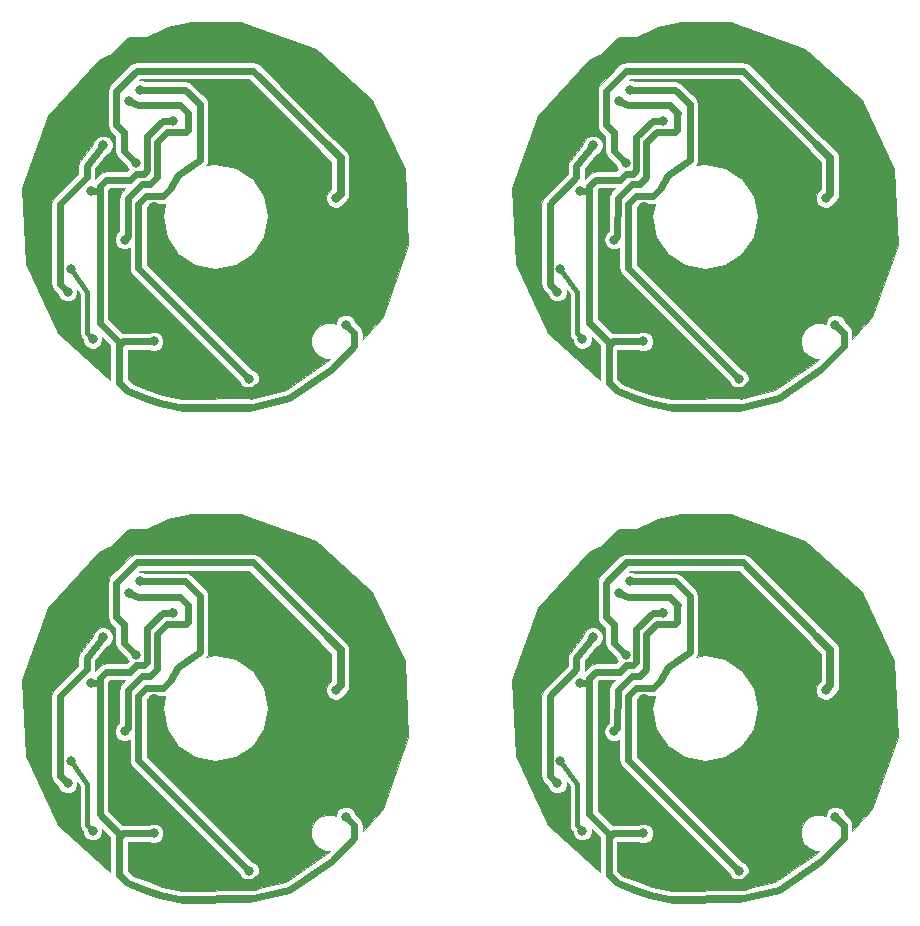
<source format=gbl>
G04 #@! TF.FileFunction,Copper,L2,Bot,Signal*
%FSLAX46Y46*%
G04 Gerber Fmt 4.6, Leading zero omitted, Abs format (unit mm)*
G04 Created by KiCad (PCBNEW 4.0.5) date Thu Dec 29 13:42:12 2016*
%MOMM*%
%LPD*%
G01*
G04 APERTURE LIST*
%ADD10C,0.100000*%
%ADD11C,0.800000*%
%ADD12C,0.700000*%
%ADD13C,0.600000*%
%ADD14C,1.000000*%
%ADD15C,0.400000*%
%ADD16C,0.050000*%
G04 APERTURE END LIST*
D10*
D11*
X192844000Y-107950000D03*
X175900000Y-104960000D03*
X175900000Y-63310000D03*
X192844000Y-66300000D03*
X151384000Y-66300000D03*
X134440000Y-63310000D03*
X134440000Y-104960000D03*
X151384000Y-107950000D03*
X169760000Y-104830000D03*
X181210000Y-116750000D03*
X195140000Y-106650000D03*
X177460000Y-108830000D03*
X176280000Y-123120000D03*
X188110000Y-118890000D03*
X189480000Y-120420000D03*
X169700000Y-117040000D03*
X186190000Y-121510000D03*
X181520000Y-123560000D03*
X194480000Y-107300000D03*
X194480000Y-65650000D03*
X181520000Y-81910000D03*
X186190000Y-79860000D03*
X169700000Y-75390000D03*
X189480000Y-78770000D03*
X188110000Y-77240000D03*
X176280000Y-81470000D03*
X177460000Y-67180000D03*
X195140000Y-65000000D03*
X181210000Y-75100000D03*
X169760000Y-63180000D03*
X128300000Y-63180000D03*
X139750000Y-75100000D03*
X153680000Y-65000000D03*
X136000000Y-67180000D03*
X134820000Y-81470000D03*
X146650000Y-77240000D03*
X148020000Y-78770000D03*
X128240000Y-75390000D03*
X144730000Y-79860000D03*
X140060000Y-81910000D03*
X153020000Y-65650000D03*
X153020000Y-107300000D03*
X140060000Y-123560000D03*
X144730000Y-121510000D03*
X128240000Y-117040000D03*
X148020000Y-120420000D03*
X146650000Y-118890000D03*
X134820000Y-123120000D03*
X136000000Y-108830000D03*
X153680000Y-106650000D03*
X139750000Y-116750000D03*
X128300000Y-104830000D03*
X179080000Y-101400000D03*
X177400000Y-120090000D03*
X172080000Y-107320000D03*
X193660000Y-118660000D03*
X193660000Y-77010000D03*
X172080000Y-65670000D03*
X177400000Y-78440000D03*
X179080000Y-59750000D03*
X137620000Y-59750000D03*
X135940000Y-78440000D03*
X130620000Y-65670000D03*
X152200000Y-77010000D03*
X152200000Y-118660000D03*
X130620000Y-107320000D03*
X135940000Y-120090000D03*
X137620000Y-101400000D03*
X172250000Y-119860000D03*
X170390000Y-113930000D03*
X170390000Y-72280000D03*
X172250000Y-78210000D03*
X130790000Y-78210000D03*
X128930000Y-72280000D03*
X128930000Y-113930000D03*
X130790000Y-119860000D03*
X176290000Y-98760000D03*
X185510000Y-123280000D03*
X185510000Y-81630000D03*
X176290000Y-57110000D03*
X134830000Y-57110000D03*
X144050000Y-81630000D03*
X144050000Y-123280000D03*
X134830000Y-98760000D03*
X175350000Y-99740000D03*
X174940000Y-111460000D03*
X174940000Y-69810000D03*
X175350000Y-58090000D03*
X133890000Y-58090000D03*
X133480000Y-69810000D03*
X133480000Y-111460000D03*
X133890000Y-99740000D03*
X173130000Y-103480000D03*
X170130000Y-115860000D03*
X170130000Y-74210000D03*
X173130000Y-61830000D03*
X131670000Y-61830000D03*
X128670000Y-74210000D03*
X128670000Y-115860000D03*
X131670000Y-103480000D03*
D12*
X193230000Y-104580000D02*
X193230000Y-107564000D01*
D13*
X192140000Y-103490000D02*
X192140000Y-103480000D01*
D12*
X193230000Y-104580000D02*
X192140000Y-103490000D01*
D13*
X175960000Y-97150000D02*
X174260000Y-98850000D01*
X185810000Y-97150000D02*
X175960000Y-97150000D01*
X192140000Y-103480000D02*
X185810000Y-97150000D01*
D12*
X193230000Y-107564000D02*
X192844000Y-107950000D01*
D13*
X175900000Y-104960000D02*
X174910000Y-103970000D01*
X174910000Y-103970000D02*
X174900000Y-103970000D01*
X174900000Y-103970000D02*
X174900000Y-102370000D01*
X174260000Y-101730000D02*
X174900000Y-102370000D01*
X174260000Y-98850000D02*
X174260000Y-101730000D01*
X174260000Y-57200000D02*
X174260000Y-60080000D01*
X174260000Y-60080000D02*
X174900000Y-60720000D01*
X174900000Y-62320000D02*
X174900000Y-60720000D01*
X174910000Y-62320000D02*
X174900000Y-62320000D01*
X175900000Y-63310000D02*
X174910000Y-62320000D01*
D12*
X193230000Y-65914000D02*
X192844000Y-66300000D01*
D13*
X192140000Y-61830000D02*
X185810000Y-55500000D01*
X185810000Y-55500000D02*
X175960000Y-55500000D01*
X175960000Y-55500000D02*
X174260000Y-57200000D01*
D12*
X193230000Y-62930000D02*
X192140000Y-61840000D01*
D13*
X192140000Y-61840000D02*
X192140000Y-61830000D01*
D12*
X193230000Y-62930000D02*
X193230000Y-65914000D01*
X151770000Y-62930000D02*
X151770000Y-65914000D01*
D13*
X150680000Y-61840000D02*
X150680000Y-61830000D01*
D12*
X151770000Y-62930000D02*
X150680000Y-61840000D01*
D13*
X134500000Y-55500000D02*
X132800000Y-57200000D01*
X144350000Y-55500000D02*
X134500000Y-55500000D01*
X150680000Y-61830000D02*
X144350000Y-55500000D01*
D12*
X151770000Y-65914000D02*
X151384000Y-66300000D01*
D13*
X134440000Y-63310000D02*
X133450000Y-62320000D01*
X133450000Y-62320000D02*
X133440000Y-62320000D01*
X133440000Y-62320000D02*
X133440000Y-60720000D01*
X132800000Y-60080000D02*
X133440000Y-60720000D01*
X132800000Y-57200000D02*
X132800000Y-60080000D01*
X132800000Y-98850000D02*
X132800000Y-101730000D01*
X132800000Y-101730000D02*
X133440000Y-102370000D01*
X133440000Y-103970000D02*
X133440000Y-102370000D01*
X133450000Y-103970000D02*
X133440000Y-103970000D01*
X134440000Y-104960000D02*
X133450000Y-103970000D01*
D12*
X151770000Y-107564000D02*
X151384000Y-107950000D01*
D13*
X150680000Y-103480000D02*
X144350000Y-97150000D01*
X144350000Y-97150000D02*
X134500000Y-97150000D01*
X134500000Y-97150000D02*
X132800000Y-98850000D01*
D12*
X151770000Y-104580000D02*
X150680000Y-103490000D01*
D13*
X150680000Y-103490000D02*
X150680000Y-103480000D01*
D12*
X151770000Y-104580000D02*
X151770000Y-107564000D01*
D13*
X168440000Y-106090000D02*
X169720000Y-104810000D01*
X168440000Y-115780000D02*
X168440000Y-106180000D01*
X168440000Y-106180000D02*
X168440000Y-106090000D01*
X169760000Y-104830000D02*
X169740000Y-104810000D01*
X169740000Y-104810000D02*
X169720000Y-104810000D01*
D14*
X187370000Y-95170000D02*
X175510000Y-94860000D01*
X175510000Y-94860000D02*
X169690000Y-100680000D01*
X169720000Y-104810000D02*
X169690000Y-100680000D01*
X194480000Y-102400000D02*
X187370000Y-95170000D01*
D13*
X195140000Y-106650000D02*
X195140000Y-106654000D01*
D15*
X177460000Y-108830000D02*
X177460000Y-108810000D01*
X176280000Y-123120000D02*
X176280000Y-123100000D01*
X181210000Y-116750000D02*
X181190000Y-116730000D01*
D14*
X188110000Y-118690000D02*
X187180000Y-117760000D01*
X188110000Y-118890000D02*
X188110000Y-118690000D01*
X189480000Y-120260000D02*
X188110000Y-118890000D01*
X189480000Y-120420000D02*
X189480000Y-120260000D01*
X177460000Y-113000000D02*
X181210000Y-116750000D01*
X177460000Y-108830000D02*
X177460000Y-113000000D01*
X186170000Y-116750000D02*
X187180000Y-117760000D01*
X181210000Y-116750000D02*
X186170000Y-116750000D01*
D13*
X169700000Y-117040000D02*
X168440000Y-115780000D01*
D14*
X186080000Y-118860000D02*
X187180000Y-117760000D01*
X182450000Y-124280000D02*
X182470000Y-124280000D01*
X184560000Y-124280000D02*
X184750000Y-124470000D01*
X184750000Y-124470000D02*
X185990000Y-124470000D01*
X185990000Y-124470000D02*
X186880000Y-123580000D01*
X186880000Y-123580000D02*
X186880000Y-122440000D01*
X186190000Y-121510000D02*
X186080000Y-121400000D01*
X186080000Y-121400000D02*
X186080000Y-118860000D01*
X186190000Y-121510000D02*
X186190000Y-121750000D01*
X186190000Y-121750000D02*
X186880000Y-122440000D01*
X182470000Y-124280000D02*
X184560000Y-124280000D01*
X180010000Y-123120000D02*
X176280000Y-123120000D01*
X182470000Y-124280000D02*
X181170000Y-124280000D01*
X181170000Y-124280000D02*
X180010000Y-123120000D01*
X181520000Y-123560000D02*
X181520000Y-123930000D01*
X181520000Y-123930000D02*
X181170000Y-124280000D01*
X187180000Y-117760000D02*
X194490000Y-110480000D01*
X194480000Y-107300000D02*
X194490000Y-110480000D01*
X194480000Y-107300000D02*
X194480000Y-102400000D01*
X194480000Y-65650000D02*
X194480000Y-60750000D01*
X194480000Y-65650000D02*
X194490000Y-68830000D01*
X187180000Y-76110000D02*
X194490000Y-68830000D01*
X181520000Y-82280000D02*
X181170000Y-82630000D01*
X181520000Y-81910000D02*
X181520000Y-82280000D01*
X181170000Y-82630000D02*
X180010000Y-81470000D01*
X182470000Y-82630000D02*
X181170000Y-82630000D01*
X180010000Y-81470000D02*
X176280000Y-81470000D01*
X182470000Y-82630000D02*
X184560000Y-82630000D01*
X186190000Y-80100000D02*
X186880000Y-80790000D01*
X186190000Y-79860000D02*
X186190000Y-80100000D01*
X186080000Y-79750000D02*
X186080000Y-77210000D01*
X186190000Y-79860000D02*
X186080000Y-79750000D01*
X186880000Y-81930000D02*
X186880000Y-80790000D01*
X185990000Y-82820000D02*
X186880000Y-81930000D01*
X184750000Y-82820000D02*
X185990000Y-82820000D01*
X184560000Y-82630000D02*
X184750000Y-82820000D01*
X182450000Y-82630000D02*
X182470000Y-82630000D01*
X186080000Y-77210000D02*
X187180000Y-76110000D01*
D13*
X169700000Y-75390000D02*
X168440000Y-74130000D01*
D14*
X181210000Y-75100000D02*
X186170000Y-75100000D01*
X186170000Y-75100000D02*
X187180000Y-76110000D01*
X177460000Y-67180000D02*
X177460000Y-71350000D01*
X177460000Y-71350000D02*
X181210000Y-75100000D01*
X189480000Y-78770000D02*
X189480000Y-78610000D01*
X189480000Y-78610000D02*
X188110000Y-77240000D01*
X188110000Y-77240000D02*
X188110000Y-77040000D01*
X188110000Y-77040000D02*
X187180000Y-76110000D01*
D15*
X181210000Y-75100000D02*
X181190000Y-75080000D01*
X176280000Y-81470000D02*
X176280000Y-81450000D01*
X177460000Y-67180000D02*
X177460000Y-67160000D01*
D13*
X195140000Y-65000000D02*
X195140000Y-65004000D01*
D14*
X194480000Y-60750000D02*
X187370000Y-53520000D01*
X169720000Y-63160000D02*
X169690000Y-59030000D01*
X175510000Y-53210000D02*
X169690000Y-59030000D01*
X187370000Y-53520000D02*
X175510000Y-53210000D01*
D13*
X169740000Y-63160000D02*
X169720000Y-63160000D01*
X169760000Y-63180000D02*
X169740000Y-63160000D01*
X168440000Y-64530000D02*
X168440000Y-64440000D01*
X168440000Y-74130000D02*
X168440000Y-64530000D01*
X168440000Y-64440000D02*
X169720000Y-63160000D01*
X126980000Y-64440000D02*
X128260000Y-63160000D01*
X126980000Y-74130000D02*
X126980000Y-64530000D01*
X126980000Y-64530000D02*
X126980000Y-64440000D01*
X128300000Y-63180000D02*
X128280000Y-63160000D01*
X128280000Y-63160000D02*
X128260000Y-63160000D01*
D14*
X145910000Y-53520000D02*
X134050000Y-53210000D01*
X134050000Y-53210000D02*
X128230000Y-59030000D01*
X128260000Y-63160000D02*
X128230000Y-59030000D01*
X153020000Y-60750000D02*
X145910000Y-53520000D01*
D13*
X153680000Y-65000000D02*
X153680000Y-65004000D01*
D15*
X136000000Y-67180000D02*
X136000000Y-67160000D01*
X134820000Y-81470000D02*
X134820000Y-81450000D01*
X139750000Y-75100000D02*
X139730000Y-75080000D01*
D14*
X146650000Y-77040000D02*
X145720000Y-76110000D01*
X146650000Y-77240000D02*
X146650000Y-77040000D01*
X148020000Y-78610000D02*
X146650000Y-77240000D01*
X148020000Y-78770000D02*
X148020000Y-78610000D01*
X136000000Y-71350000D02*
X139750000Y-75100000D01*
X136000000Y-67180000D02*
X136000000Y-71350000D01*
X144710000Y-75100000D02*
X145720000Y-76110000D01*
X139750000Y-75100000D02*
X144710000Y-75100000D01*
D13*
X128240000Y-75390000D02*
X126980000Y-74130000D01*
D14*
X144620000Y-77210000D02*
X145720000Y-76110000D01*
X140990000Y-82630000D02*
X141010000Y-82630000D01*
X143100000Y-82630000D02*
X143290000Y-82820000D01*
X143290000Y-82820000D02*
X144530000Y-82820000D01*
X144530000Y-82820000D02*
X145420000Y-81930000D01*
X145420000Y-81930000D02*
X145420000Y-80790000D01*
X144730000Y-79860000D02*
X144620000Y-79750000D01*
X144620000Y-79750000D02*
X144620000Y-77210000D01*
X144730000Y-79860000D02*
X144730000Y-80100000D01*
X144730000Y-80100000D02*
X145420000Y-80790000D01*
X141010000Y-82630000D02*
X143100000Y-82630000D01*
X138550000Y-81470000D02*
X134820000Y-81470000D01*
X141010000Y-82630000D02*
X139710000Y-82630000D01*
X139710000Y-82630000D02*
X138550000Y-81470000D01*
X140060000Y-81910000D02*
X140060000Y-82280000D01*
X140060000Y-82280000D02*
X139710000Y-82630000D01*
X145720000Y-76110000D02*
X153030000Y-68830000D01*
X153020000Y-65650000D02*
X153030000Y-68830000D01*
X153020000Y-65650000D02*
X153020000Y-60750000D01*
X153020000Y-107300000D02*
X153020000Y-102400000D01*
X153020000Y-107300000D02*
X153030000Y-110480000D01*
X145720000Y-117760000D02*
X153030000Y-110480000D01*
X140060000Y-123930000D02*
X139710000Y-124280000D01*
X140060000Y-123560000D02*
X140060000Y-123930000D01*
X139710000Y-124280000D02*
X138550000Y-123120000D01*
X141010000Y-124280000D02*
X139710000Y-124280000D01*
X138550000Y-123120000D02*
X134820000Y-123120000D01*
X141010000Y-124280000D02*
X143100000Y-124280000D01*
X144730000Y-121750000D02*
X145420000Y-122440000D01*
X144730000Y-121510000D02*
X144730000Y-121750000D01*
X144620000Y-121400000D02*
X144620000Y-118860000D01*
X144730000Y-121510000D02*
X144620000Y-121400000D01*
X145420000Y-123580000D02*
X145420000Y-122440000D01*
X144530000Y-124470000D02*
X145420000Y-123580000D01*
X143290000Y-124470000D02*
X144530000Y-124470000D01*
X143100000Y-124280000D02*
X143290000Y-124470000D01*
X140990000Y-124280000D02*
X141010000Y-124280000D01*
X144620000Y-118860000D02*
X145720000Y-117760000D01*
D13*
X128240000Y-117040000D02*
X126980000Y-115780000D01*
D14*
X139750000Y-116750000D02*
X144710000Y-116750000D01*
X144710000Y-116750000D02*
X145720000Y-117760000D01*
X136000000Y-108830000D02*
X136000000Y-113000000D01*
X136000000Y-113000000D02*
X139750000Y-116750000D01*
X148020000Y-120420000D02*
X148020000Y-120260000D01*
X148020000Y-120260000D02*
X146650000Y-118890000D01*
X146650000Y-118890000D02*
X146650000Y-118690000D01*
X146650000Y-118690000D02*
X145720000Y-117760000D01*
D15*
X139750000Y-116750000D02*
X139730000Y-116730000D01*
X134820000Y-123120000D02*
X134820000Y-123100000D01*
X136000000Y-108830000D02*
X136000000Y-108810000D01*
D13*
X153680000Y-106650000D02*
X153680000Y-106654000D01*
D14*
X153020000Y-102400000D02*
X145910000Y-95170000D01*
X128260000Y-104810000D02*
X128230000Y-100680000D01*
X134050000Y-94860000D02*
X128230000Y-100680000D01*
X145910000Y-95170000D02*
X134050000Y-94860000D01*
D13*
X128280000Y-104810000D02*
X128260000Y-104810000D01*
X128300000Y-104830000D02*
X128280000Y-104810000D01*
X126980000Y-106180000D02*
X126980000Y-106090000D01*
X126980000Y-115780000D02*
X126980000Y-106180000D01*
X126980000Y-106090000D02*
X128260000Y-104810000D01*
X179080000Y-101400000D02*
X178980000Y-101300000D01*
X178190000Y-101400000D02*
X176870000Y-102720000D01*
X179080000Y-101400000D02*
X178190000Y-101400000D01*
X176550000Y-105870000D02*
X176810000Y-105610000D01*
X176810000Y-105610000D02*
X176810000Y-102780000D01*
X176810000Y-102780000D02*
X176870000Y-102720000D01*
X174470000Y-120440000D02*
X174470000Y-123620000D01*
X174470000Y-120120000D02*
X174470000Y-120440000D01*
X174820000Y-120090000D02*
X174470000Y-120440000D01*
X177400000Y-120090000D02*
X174820000Y-120090000D01*
X172080000Y-107320000D02*
X172830000Y-107320000D01*
X174470000Y-123620000D02*
X175260000Y-124310000D01*
X176660000Y-124840000D02*
X176650000Y-124840000D01*
X175260000Y-124310000D02*
X176660000Y-124840000D01*
X172835000Y-118485000D02*
X174470000Y-120120000D01*
X172830000Y-107320000D02*
X172835000Y-118485000D01*
X177950000Y-125310000D02*
X179890000Y-125710000D01*
D12*
X179890000Y-125710000D02*
X185510000Y-125680000D01*
D13*
X185510000Y-125680000D02*
X188890000Y-124860000D01*
X188890000Y-124860000D02*
X192470000Y-122410000D01*
X194380000Y-120500000D02*
X194400000Y-120480000D01*
X192470000Y-122410000D02*
X194380000Y-120500000D01*
X176660000Y-124840000D02*
X177950000Y-125310000D01*
X194380000Y-119380000D02*
X193660000Y-118660000D01*
X194380000Y-120500000D02*
X194380000Y-119380000D01*
X175410000Y-106400000D02*
X175940000Y-105870000D01*
X175940000Y-105870000D02*
X176550000Y-105870000D01*
X172830000Y-107320000D02*
X172831287Y-106960076D01*
X173391363Y-106400000D02*
X172831287Y-106960076D01*
X174490000Y-106400000D02*
X173391363Y-106400000D01*
X174490000Y-106400000D02*
X175410000Y-106400000D01*
X174490000Y-64750000D02*
X175410000Y-64750000D01*
X174490000Y-64750000D02*
X173391363Y-64750000D01*
X173391363Y-64750000D02*
X172831287Y-65310076D01*
X172830000Y-65670000D02*
X172831287Y-65310076D01*
X175940000Y-64220000D02*
X176550000Y-64220000D01*
X175410000Y-64750000D02*
X175940000Y-64220000D01*
X194380000Y-78850000D02*
X194380000Y-77730000D01*
X194380000Y-77730000D02*
X193660000Y-77010000D01*
X176660000Y-83190000D02*
X177950000Y-83660000D01*
X192470000Y-80760000D02*
X194380000Y-78850000D01*
X194380000Y-78850000D02*
X194400000Y-78830000D01*
X188890000Y-83210000D02*
X192470000Y-80760000D01*
X185510000Y-84030000D02*
X188890000Y-83210000D01*
D12*
X179890000Y-84060000D02*
X185510000Y-84030000D01*
D13*
X177950000Y-83660000D02*
X179890000Y-84060000D01*
X172830000Y-65670000D02*
X172835000Y-76835000D01*
X172835000Y-76835000D02*
X174470000Y-78470000D01*
X175260000Y-82660000D02*
X176660000Y-83190000D01*
X176660000Y-83190000D02*
X176650000Y-83190000D01*
X174470000Y-81970000D02*
X175260000Y-82660000D01*
X172080000Y-65670000D02*
X172830000Y-65670000D01*
X177400000Y-78440000D02*
X174820000Y-78440000D01*
X174820000Y-78440000D02*
X174470000Y-78790000D01*
X174470000Y-78470000D02*
X174470000Y-78790000D01*
X174470000Y-78790000D02*
X174470000Y-81970000D01*
X176810000Y-61130000D02*
X176870000Y-61070000D01*
X176810000Y-63960000D02*
X176810000Y-61130000D01*
X176550000Y-64220000D02*
X176810000Y-63960000D01*
X179080000Y-59750000D02*
X178190000Y-59750000D01*
X178190000Y-59750000D02*
X176870000Y-61070000D01*
X179080000Y-59750000D02*
X178980000Y-59650000D01*
X137620000Y-59750000D02*
X137520000Y-59650000D01*
X136730000Y-59750000D02*
X135410000Y-61070000D01*
X137620000Y-59750000D02*
X136730000Y-59750000D01*
X135090000Y-64220000D02*
X135350000Y-63960000D01*
X135350000Y-63960000D02*
X135350000Y-61130000D01*
X135350000Y-61130000D02*
X135410000Y-61070000D01*
X133010000Y-78790000D02*
X133010000Y-81970000D01*
X133010000Y-78470000D02*
X133010000Y-78790000D01*
X133360000Y-78440000D02*
X133010000Y-78790000D01*
X135940000Y-78440000D02*
X133360000Y-78440000D01*
X130620000Y-65670000D02*
X131370000Y-65670000D01*
X133010000Y-81970000D02*
X133800000Y-82660000D01*
X135200000Y-83190000D02*
X135190000Y-83190000D01*
X133800000Y-82660000D02*
X135200000Y-83190000D01*
X131375000Y-76835000D02*
X133010000Y-78470000D01*
X131370000Y-65670000D02*
X131375000Y-76835000D01*
X136490000Y-83660000D02*
X138430000Y-84060000D01*
D12*
X138430000Y-84060000D02*
X144050000Y-84030000D01*
D13*
X144050000Y-84030000D02*
X147430000Y-83210000D01*
X147430000Y-83210000D02*
X151010000Y-80760000D01*
X152920000Y-78850000D02*
X152940000Y-78830000D01*
X151010000Y-80760000D02*
X152920000Y-78850000D01*
X135200000Y-83190000D02*
X136490000Y-83660000D01*
X152920000Y-77730000D02*
X152200000Y-77010000D01*
X152920000Y-78850000D02*
X152920000Y-77730000D01*
X133950000Y-64750000D02*
X134480000Y-64220000D01*
X134480000Y-64220000D02*
X135090000Y-64220000D01*
X131370000Y-65670000D02*
X131371287Y-65310076D01*
X131931363Y-64750000D02*
X131371287Y-65310076D01*
X133030000Y-64750000D02*
X131931363Y-64750000D01*
X133030000Y-64750000D02*
X133950000Y-64750000D01*
X133030000Y-106400000D02*
X133950000Y-106400000D01*
X133030000Y-106400000D02*
X131931363Y-106400000D01*
X131931363Y-106400000D02*
X131371287Y-106960076D01*
X131370000Y-107320000D02*
X131371287Y-106960076D01*
X134480000Y-105870000D02*
X135090000Y-105870000D01*
X133950000Y-106400000D02*
X134480000Y-105870000D01*
X152920000Y-120500000D02*
X152920000Y-119380000D01*
X152920000Y-119380000D02*
X152200000Y-118660000D01*
X135200000Y-124840000D02*
X136490000Y-125310000D01*
X151010000Y-122410000D02*
X152920000Y-120500000D01*
X152920000Y-120500000D02*
X152940000Y-120480000D01*
X147430000Y-124860000D02*
X151010000Y-122410000D01*
X144050000Y-125680000D02*
X147430000Y-124860000D01*
D12*
X138430000Y-125710000D02*
X144050000Y-125680000D01*
D13*
X136490000Y-125310000D02*
X138430000Y-125710000D01*
X131370000Y-107320000D02*
X131375000Y-118485000D01*
X131375000Y-118485000D02*
X133010000Y-120120000D01*
X133800000Y-124310000D02*
X135200000Y-124840000D01*
X135200000Y-124840000D02*
X135190000Y-124840000D01*
X133010000Y-123620000D02*
X133800000Y-124310000D01*
X130620000Y-107320000D02*
X131370000Y-107320000D01*
X135940000Y-120090000D02*
X133360000Y-120090000D01*
X133360000Y-120090000D02*
X133010000Y-120440000D01*
X133010000Y-120120000D02*
X133010000Y-120440000D01*
X133010000Y-120440000D02*
X133010000Y-123620000D01*
X135350000Y-102780000D02*
X135410000Y-102720000D01*
X135350000Y-105610000D02*
X135350000Y-102780000D01*
X135090000Y-105870000D02*
X135350000Y-105610000D01*
X137620000Y-101400000D02*
X136730000Y-101400000D01*
X136730000Y-101400000D02*
X135410000Y-102720000D01*
X137620000Y-101400000D02*
X137520000Y-101300000D01*
D15*
X172250000Y-119860000D02*
X171800000Y-119410000D01*
X171800000Y-119410000D02*
X171800000Y-115870000D01*
X171800000Y-115870000D02*
X170390000Y-113930000D01*
X171800000Y-74220000D02*
X170390000Y-72280000D01*
X171800000Y-77760000D02*
X171800000Y-74220000D01*
X172250000Y-78210000D02*
X171800000Y-77760000D01*
X130790000Y-78210000D02*
X130340000Y-77760000D01*
X130340000Y-77760000D02*
X130340000Y-74220000D01*
X130340000Y-74220000D02*
X128930000Y-72280000D01*
X130340000Y-115870000D02*
X128930000Y-113930000D01*
X130340000Y-119410000D02*
X130340000Y-115870000D01*
X130790000Y-119860000D02*
X130340000Y-119410000D01*
D13*
X177600000Y-107760000D02*
X177534793Y-107760000D01*
X176290000Y-98760000D02*
X180090000Y-98760000D01*
X181316379Y-104530707D02*
X181316379Y-99986379D01*
X181316379Y-104530707D02*
X181316379Y-104730707D01*
X181316379Y-104730707D02*
X179471019Y-106021274D01*
X178814088Y-107155912D02*
X179471019Y-106021274D01*
X178210000Y-107760000D02*
X178814088Y-107155912D01*
X178210000Y-107760000D02*
X177600000Y-107760000D01*
X180090000Y-98760000D02*
X181316379Y-99986379D01*
X176110000Y-108750000D02*
X176110000Y-108440000D01*
X176110000Y-108440000D02*
X176790000Y-107760000D01*
X176790000Y-107760000D02*
X177600000Y-107760000D01*
X176110000Y-108750000D02*
X176110000Y-113810000D01*
X185510000Y-123280000D02*
X176110000Y-113880000D01*
X176110000Y-113880000D02*
X176110000Y-113810000D01*
X176110000Y-72230000D02*
X176110000Y-72160000D01*
X185510000Y-81630000D02*
X176110000Y-72230000D01*
X176110000Y-67100000D02*
X176110000Y-72160000D01*
X176790000Y-66110000D02*
X177600000Y-66110000D01*
X176110000Y-66790000D02*
X176790000Y-66110000D01*
X176110000Y-67100000D02*
X176110000Y-66790000D01*
X180090000Y-57110000D02*
X181316379Y-58336379D01*
X178210000Y-66110000D02*
X177600000Y-66110000D01*
X178210000Y-66110000D02*
X178814088Y-65505912D01*
X178814088Y-65505912D02*
X179471019Y-64371274D01*
X181316379Y-63080707D02*
X179471019Y-64371274D01*
X181316379Y-62880707D02*
X181316379Y-63080707D01*
X181316379Y-62880707D02*
X181316379Y-58336379D01*
X176290000Y-57110000D02*
X180090000Y-57110000D01*
X177600000Y-66110000D02*
X177534793Y-66110000D01*
X136140000Y-66110000D02*
X136074793Y-66110000D01*
X134830000Y-57110000D02*
X138630000Y-57110000D01*
X139856379Y-62880707D02*
X139856379Y-58336379D01*
X139856379Y-62880707D02*
X139856379Y-63080707D01*
X139856379Y-63080707D02*
X138011019Y-64371274D01*
X137354088Y-65505912D02*
X138011019Y-64371274D01*
X136750000Y-66110000D02*
X137354088Y-65505912D01*
X136750000Y-66110000D02*
X136140000Y-66110000D01*
X138630000Y-57110000D02*
X139856379Y-58336379D01*
X134650000Y-67100000D02*
X134650000Y-66790000D01*
X134650000Y-66790000D02*
X135330000Y-66110000D01*
X135330000Y-66110000D02*
X136140000Y-66110000D01*
X134650000Y-67100000D02*
X134650000Y-72160000D01*
X144050000Y-81630000D02*
X134650000Y-72230000D01*
X134650000Y-72230000D02*
X134650000Y-72160000D01*
X134650000Y-113880000D02*
X134650000Y-113810000D01*
X144050000Y-123280000D02*
X134650000Y-113880000D01*
X134650000Y-108750000D02*
X134650000Y-113810000D01*
X135330000Y-107760000D02*
X136140000Y-107760000D01*
X134650000Y-108440000D02*
X135330000Y-107760000D01*
X134650000Y-108750000D02*
X134650000Y-108440000D01*
X138630000Y-98760000D02*
X139856379Y-99986379D01*
X136750000Y-107760000D02*
X136140000Y-107760000D01*
X136750000Y-107760000D02*
X137354088Y-107155912D01*
X137354088Y-107155912D02*
X138011019Y-106021274D01*
X139856379Y-104730707D02*
X138011019Y-106021274D01*
X139856379Y-104530707D02*
X139856379Y-104730707D01*
X139856379Y-104530707D02*
X139856379Y-99986379D01*
X134830000Y-98760000D02*
X138630000Y-98760000D01*
X136140000Y-107760000D02*
X136074793Y-107760000D01*
X180300000Y-100720000D02*
X180290000Y-100710000D01*
X176070000Y-100080000D02*
X175350000Y-99740000D01*
X179660000Y-100080000D02*
X176070000Y-100080000D01*
X180290000Y-100710000D02*
X179660000Y-100080000D01*
X178540000Y-102320000D02*
X180130000Y-102320000D01*
X180130000Y-102320000D02*
X180290000Y-102160000D01*
X180290000Y-102160000D02*
X180290000Y-100710000D01*
X177660000Y-103260000D02*
X177670000Y-103250000D01*
X177140000Y-106740000D02*
X177670000Y-106200000D01*
X177670000Y-106200000D02*
X177670000Y-105170000D01*
X177670000Y-103200000D02*
X177670000Y-105170000D01*
X177670000Y-103250000D02*
X177670000Y-103200000D01*
X175220000Y-107930000D02*
X176420000Y-106740000D01*
X175210000Y-111190000D02*
X175220000Y-107930000D01*
X174940000Y-111460000D02*
X175210000Y-111190000D01*
X176420000Y-106740000D02*
X177140000Y-106740000D01*
X177670000Y-103190000D02*
X178540000Y-102320000D01*
X177670000Y-103200000D02*
X177670000Y-103190000D01*
X177670000Y-61550000D02*
X177670000Y-61540000D01*
X177670000Y-61540000D02*
X178540000Y-60670000D01*
X176420000Y-65090000D02*
X177140000Y-65090000D01*
X174940000Y-69810000D02*
X175210000Y-69540000D01*
X175210000Y-69540000D02*
X175220000Y-66280000D01*
X175220000Y-66280000D02*
X176420000Y-65090000D01*
X177670000Y-61600000D02*
X177670000Y-61550000D01*
X177670000Y-61550000D02*
X177670000Y-63520000D01*
X177670000Y-64550000D02*
X177670000Y-63520000D01*
X177140000Y-65090000D02*
X177670000Y-64550000D01*
X177660000Y-61610000D02*
X177670000Y-61600000D01*
X180290000Y-60510000D02*
X180290000Y-59060000D01*
X180130000Y-60670000D02*
X180290000Y-60510000D01*
X178540000Y-60670000D02*
X180130000Y-60670000D01*
X180290000Y-59060000D02*
X179660000Y-58430000D01*
X179660000Y-58430000D02*
X176070000Y-58430000D01*
X176070000Y-58430000D02*
X175350000Y-58090000D01*
X180300000Y-59070000D02*
X180290000Y-59060000D01*
X138840000Y-59070000D02*
X138830000Y-59060000D01*
X134610000Y-58430000D02*
X133890000Y-58090000D01*
X138200000Y-58430000D02*
X134610000Y-58430000D01*
X138830000Y-59060000D02*
X138200000Y-58430000D01*
X137080000Y-60670000D02*
X138670000Y-60670000D01*
X138670000Y-60670000D02*
X138830000Y-60510000D01*
X138830000Y-60510000D02*
X138830000Y-59060000D01*
X136200000Y-61610000D02*
X136210000Y-61600000D01*
X135680000Y-65090000D02*
X136210000Y-64550000D01*
X136210000Y-64550000D02*
X136210000Y-63520000D01*
X136210000Y-61550000D02*
X136210000Y-63520000D01*
X136210000Y-61600000D02*
X136210000Y-61550000D01*
X133760000Y-66280000D02*
X134960000Y-65090000D01*
X133750000Y-69540000D02*
X133760000Y-66280000D01*
X133480000Y-69810000D02*
X133750000Y-69540000D01*
X134960000Y-65090000D02*
X135680000Y-65090000D01*
X136210000Y-61540000D02*
X137080000Y-60670000D01*
X136210000Y-61550000D02*
X136210000Y-61540000D01*
X136210000Y-103200000D02*
X136210000Y-103190000D01*
X136210000Y-103190000D02*
X137080000Y-102320000D01*
X134960000Y-106740000D02*
X135680000Y-106740000D01*
X133480000Y-111460000D02*
X133750000Y-111190000D01*
X133750000Y-111190000D02*
X133760000Y-107930000D01*
X133760000Y-107930000D02*
X134960000Y-106740000D01*
X136210000Y-103250000D02*
X136210000Y-103200000D01*
X136210000Y-103200000D02*
X136210000Y-105170000D01*
X136210000Y-106200000D02*
X136210000Y-105170000D01*
X135680000Y-106740000D02*
X136210000Y-106200000D01*
X136200000Y-103260000D02*
X136210000Y-103250000D01*
X138830000Y-102160000D02*
X138830000Y-100710000D01*
X138670000Y-102320000D02*
X138830000Y-102160000D01*
X137080000Y-102320000D02*
X138670000Y-102320000D01*
X138830000Y-100710000D02*
X138200000Y-100080000D01*
X138200000Y-100080000D02*
X134610000Y-100080000D01*
X134610000Y-100080000D02*
X133890000Y-99740000D01*
X138840000Y-100720000D02*
X138830000Y-100710000D01*
X170130000Y-115860000D02*
X169480000Y-115210000D01*
X169480000Y-115210000D02*
X169480000Y-108450000D01*
X169480000Y-108450000D02*
X171740000Y-106190000D01*
X171740000Y-106190000D02*
X171740000Y-105270000D01*
X171740000Y-105270000D02*
X173130000Y-103480000D01*
X171740000Y-63620000D02*
X173130000Y-61830000D01*
X171740000Y-64540000D02*
X171740000Y-63620000D01*
X169480000Y-66800000D02*
X171740000Y-64540000D01*
X169480000Y-73560000D02*
X169480000Y-66800000D01*
X170130000Y-74210000D02*
X169480000Y-73560000D01*
X128670000Y-74210000D02*
X128020000Y-73560000D01*
X128020000Y-73560000D02*
X128020000Y-66800000D01*
X128020000Y-66800000D02*
X130280000Y-64540000D01*
X130280000Y-64540000D02*
X130280000Y-63620000D01*
X130280000Y-63620000D02*
X131670000Y-61830000D01*
X130280000Y-105270000D02*
X131670000Y-103480000D01*
X130280000Y-106190000D02*
X130280000Y-105270000D01*
X128020000Y-108450000D02*
X130280000Y-106190000D01*
X128020000Y-115210000D02*
X128020000Y-108450000D01*
X128670000Y-115860000D02*
X128020000Y-115210000D01*
D16*
G36*
X143350937Y-93031887D02*
X143420645Y-93073688D01*
X143488225Y-93118843D01*
X143499781Y-93121142D01*
X143509886Y-93127201D01*
X149671194Y-95333169D01*
X154449318Y-99665582D01*
X157205785Y-105496716D01*
X157520950Y-111938840D01*
X155346831Y-118011194D01*
X153645000Y-119888106D01*
X153645000Y-119380000D01*
X153611185Y-119210000D01*
X153589813Y-119102554D01*
X153432653Y-118867348D01*
X152999246Y-118433942D01*
X152899809Y-118193285D01*
X152667935Y-117961007D01*
X152364823Y-117835143D01*
X152036617Y-117834857D01*
X151733285Y-117960191D01*
X151501007Y-118192065D01*
X151375143Y-118495177D01*
X151375036Y-118617530D01*
X151104672Y-118505265D01*
X150497989Y-118504735D01*
X149937285Y-118736414D01*
X149507921Y-119165029D01*
X149275265Y-119725328D01*
X149274735Y-120332011D01*
X149506414Y-120892715D01*
X149935029Y-121322079D01*
X150495328Y-121554735D01*
X150839660Y-121555036D01*
X150544969Y-121849727D01*
X147130080Y-124186732D01*
X144114589Y-124918300D01*
X144045863Y-124905011D01*
X138425863Y-124935011D01*
X138343347Y-124951883D01*
X136688352Y-124610647D01*
X135452438Y-124160352D01*
X134178680Y-123678145D01*
X133735000Y-123290626D01*
X133735000Y-120815000D01*
X135534696Y-120815000D01*
X135775177Y-120914857D01*
X136103383Y-120915143D01*
X136406715Y-120789809D01*
X136638993Y-120557935D01*
X136764857Y-120254823D01*
X136765143Y-119926617D01*
X136639809Y-119623285D01*
X136407935Y-119391007D01*
X136104823Y-119265143D01*
X135776617Y-119264857D01*
X135534252Y-119365000D01*
X133360000Y-119365000D01*
X133293527Y-119378222D01*
X132099866Y-118184561D01*
X132095001Y-107321025D01*
X132095214Y-107261453D01*
X132231667Y-107125000D01*
X133542143Y-107125000D01*
X133249497Y-107415207D01*
X133249265Y-107415551D01*
X133248923Y-107415778D01*
X133170466Y-107532420D01*
X133091354Y-107649754D01*
X133091272Y-107650159D01*
X133091041Y-107650502D01*
X133062977Y-107789363D01*
X133035007Y-107926967D01*
X133035085Y-107927369D01*
X133035003Y-107927776D01*
X133026331Y-110754800D01*
X133013285Y-110760191D01*
X132781007Y-110992065D01*
X132655143Y-111295177D01*
X132654857Y-111623383D01*
X132780191Y-111926715D01*
X133012065Y-112158993D01*
X133315177Y-112284857D01*
X133643383Y-112285143D01*
X133925000Y-112168781D01*
X133925000Y-113880000D01*
X133962853Y-114070299D01*
X133980187Y-114157446D01*
X134137348Y-114392652D01*
X143250754Y-123506059D01*
X143350191Y-123746715D01*
X143582065Y-123978993D01*
X143885177Y-124104857D01*
X144213383Y-124105143D01*
X144516715Y-123979809D01*
X144748993Y-123747935D01*
X144874857Y-123444823D01*
X144875143Y-123116617D01*
X144749809Y-122813285D01*
X144517935Y-122581007D01*
X144275745Y-122480440D01*
X135375000Y-113579696D01*
X135375000Y-108740304D01*
X135630305Y-108485000D01*
X136750000Y-108485000D01*
X136905634Y-108454043D01*
X136697700Y-109499400D01*
X137038377Y-111212100D01*
X138008544Y-112664056D01*
X139460500Y-113634223D01*
X141173200Y-113974900D01*
X142885900Y-113634223D01*
X144337856Y-112664056D01*
X145308023Y-111212100D01*
X145648700Y-109499400D01*
X145308023Y-107786700D01*
X144337856Y-106334744D01*
X142885900Y-105364577D01*
X141173200Y-105023900D01*
X140415927Y-105174531D01*
X140467616Y-105120598D01*
X140490763Y-105061175D01*
X140526192Y-105008152D01*
X140541610Y-104930642D01*
X140570292Y-104857009D01*
X140568937Y-104793255D01*
X140581379Y-104730707D01*
X140581379Y-99986379D01*
X140526192Y-99708934D01*
X140526192Y-99708933D01*
X140369032Y-99473727D01*
X139142652Y-98247348D01*
X138907446Y-98090187D01*
X138861415Y-98081031D01*
X138630000Y-98035000D01*
X135235304Y-98035000D01*
X134994823Y-97935143D01*
X134740383Y-97934921D01*
X134800304Y-97875000D01*
X144049696Y-97875000D01*
X149969466Y-103794771D01*
X150131992Y-104038008D01*
X150995000Y-104901016D01*
X150995000Y-107218080D01*
X150917285Y-107250191D01*
X150685007Y-107482065D01*
X150559143Y-107785177D01*
X150558857Y-108113383D01*
X150684191Y-108416715D01*
X150916065Y-108648993D01*
X151219177Y-108774857D01*
X151547383Y-108775143D01*
X151850715Y-108649809D01*
X152082993Y-108417935D01*
X152133348Y-108296667D01*
X152318005Y-108112010D01*
X152318008Y-108112008D01*
X152486007Y-107860580D01*
X152545000Y-107564000D01*
X152545000Y-104580000D01*
X152486007Y-104283420D01*
X152318008Y-104031992D01*
X151228008Y-102941992D01*
X151045045Y-102819740D01*
X144862652Y-96637348D01*
X144627446Y-96480187D01*
X144581415Y-96471031D01*
X144350000Y-96425000D01*
X134500000Y-96425000D01*
X134268585Y-96471031D01*
X134222554Y-96480187D01*
X133987348Y-96637348D01*
X132287348Y-98337348D01*
X132130187Y-98572554D01*
X132130187Y-98572555D01*
X132075000Y-98850000D01*
X132075000Y-101730000D01*
X132102437Y-101867935D01*
X132130187Y-102007446D01*
X132287348Y-102242652D01*
X132715000Y-102670305D01*
X132715000Y-103970000D01*
X132770187Y-104247445D01*
X132927348Y-104482652D01*
X132957485Y-104502789D01*
X133640754Y-105186059D01*
X133740191Y-105426715D01*
X133819017Y-105505678D01*
X133649696Y-105675000D01*
X131931363Y-105675000D01*
X131731958Y-105714664D01*
X131653917Y-105730187D01*
X131418711Y-105887348D01*
X130977424Y-106328635D01*
X131005000Y-106190000D01*
X131005000Y-105518440D01*
X132000927Y-104235915D01*
X132136715Y-104179809D01*
X132368993Y-103947935D01*
X132494857Y-103644823D01*
X132495143Y-103316617D01*
X132369809Y-103013285D01*
X132137935Y-102781007D01*
X131834823Y-102655143D01*
X131506617Y-102654857D01*
X131203285Y-102780191D01*
X130971007Y-103012065D01*
X130845143Y-103315177D01*
X130845104Y-103360204D01*
X129707375Y-104825336D01*
X129664017Y-104911993D01*
X129610187Y-104992555D01*
X129601264Y-105037414D01*
X129580798Y-105078318D01*
X129573903Y-105174966D01*
X129555000Y-105270000D01*
X129555000Y-105889695D01*
X127507348Y-107937348D01*
X127350187Y-108172554D01*
X127350187Y-108172555D01*
X127295000Y-108450000D01*
X127295000Y-115210000D01*
X127338374Y-115428058D01*
X127350187Y-115487446D01*
X127507348Y-115722652D01*
X127870754Y-116086059D01*
X127970191Y-116326715D01*
X128202065Y-116558993D01*
X128505177Y-116684857D01*
X128833383Y-116685143D01*
X129136715Y-116559809D01*
X129368993Y-116327935D01*
X129494857Y-116024823D01*
X129495079Y-115770547D01*
X129715000Y-116073134D01*
X129715000Y-119410000D01*
X129762575Y-119649177D01*
X129898058Y-119851942D01*
X129964948Y-119918832D01*
X129964857Y-120023383D01*
X130090191Y-120326715D01*
X130322065Y-120558993D01*
X130625177Y-120684857D01*
X130953383Y-120685143D01*
X131256715Y-120559809D01*
X131488993Y-120327935D01*
X131614857Y-120024823D01*
X131615096Y-119750401D01*
X132285000Y-120420305D01*
X132285000Y-123338827D01*
X127890682Y-119354418D01*
X125134215Y-113523284D01*
X124819050Y-107081160D01*
X126993169Y-101008806D01*
X131325582Y-96230682D01*
X137189217Y-93458852D01*
X138762191Y-93145944D01*
X138805297Y-93128088D01*
X138851775Y-93118843D01*
X138891184Y-93092511D01*
X138933418Y-93075016D01*
X138965737Y-93042696D01*
X138992221Y-93025000D01*
X143345831Y-93025000D01*
X143350937Y-93031887D01*
X143350937Y-93031887D01*
G37*
X143350937Y-93031887D02*
X143420645Y-93073688D01*
X143488225Y-93118843D01*
X143499781Y-93121142D01*
X143509886Y-93127201D01*
X149671194Y-95333169D01*
X154449318Y-99665582D01*
X157205785Y-105496716D01*
X157520950Y-111938840D01*
X155346831Y-118011194D01*
X153645000Y-119888106D01*
X153645000Y-119380000D01*
X153611185Y-119210000D01*
X153589813Y-119102554D01*
X153432653Y-118867348D01*
X152999246Y-118433942D01*
X152899809Y-118193285D01*
X152667935Y-117961007D01*
X152364823Y-117835143D01*
X152036617Y-117834857D01*
X151733285Y-117960191D01*
X151501007Y-118192065D01*
X151375143Y-118495177D01*
X151375036Y-118617530D01*
X151104672Y-118505265D01*
X150497989Y-118504735D01*
X149937285Y-118736414D01*
X149507921Y-119165029D01*
X149275265Y-119725328D01*
X149274735Y-120332011D01*
X149506414Y-120892715D01*
X149935029Y-121322079D01*
X150495328Y-121554735D01*
X150839660Y-121555036D01*
X150544969Y-121849727D01*
X147130080Y-124186732D01*
X144114589Y-124918300D01*
X144045863Y-124905011D01*
X138425863Y-124935011D01*
X138343347Y-124951883D01*
X136688352Y-124610647D01*
X135452438Y-124160352D01*
X134178680Y-123678145D01*
X133735000Y-123290626D01*
X133735000Y-120815000D01*
X135534696Y-120815000D01*
X135775177Y-120914857D01*
X136103383Y-120915143D01*
X136406715Y-120789809D01*
X136638993Y-120557935D01*
X136764857Y-120254823D01*
X136765143Y-119926617D01*
X136639809Y-119623285D01*
X136407935Y-119391007D01*
X136104823Y-119265143D01*
X135776617Y-119264857D01*
X135534252Y-119365000D01*
X133360000Y-119365000D01*
X133293527Y-119378222D01*
X132099866Y-118184561D01*
X132095001Y-107321025D01*
X132095214Y-107261453D01*
X132231667Y-107125000D01*
X133542143Y-107125000D01*
X133249497Y-107415207D01*
X133249265Y-107415551D01*
X133248923Y-107415778D01*
X133170466Y-107532420D01*
X133091354Y-107649754D01*
X133091272Y-107650159D01*
X133091041Y-107650502D01*
X133062977Y-107789363D01*
X133035007Y-107926967D01*
X133035085Y-107927369D01*
X133035003Y-107927776D01*
X133026331Y-110754800D01*
X133013285Y-110760191D01*
X132781007Y-110992065D01*
X132655143Y-111295177D01*
X132654857Y-111623383D01*
X132780191Y-111926715D01*
X133012065Y-112158993D01*
X133315177Y-112284857D01*
X133643383Y-112285143D01*
X133925000Y-112168781D01*
X133925000Y-113880000D01*
X133962853Y-114070299D01*
X133980187Y-114157446D01*
X134137348Y-114392652D01*
X143250754Y-123506059D01*
X143350191Y-123746715D01*
X143582065Y-123978993D01*
X143885177Y-124104857D01*
X144213383Y-124105143D01*
X144516715Y-123979809D01*
X144748993Y-123747935D01*
X144874857Y-123444823D01*
X144875143Y-123116617D01*
X144749809Y-122813285D01*
X144517935Y-122581007D01*
X144275745Y-122480440D01*
X135375000Y-113579696D01*
X135375000Y-108740304D01*
X135630305Y-108485000D01*
X136750000Y-108485000D01*
X136905634Y-108454043D01*
X136697700Y-109499400D01*
X137038377Y-111212100D01*
X138008544Y-112664056D01*
X139460500Y-113634223D01*
X141173200Y-113974900D01*
X142885900Y-113634223D01*
X144337856Y-112664056D01*
X145308023Y-111212100D01*
X145648700Y-109499400D01*
X145308023Y-107786700D01*
X144337856Y-106334744D01*
X142885900Y-105364577D01*
X141173200Y-105023900D01*
X140415927Y-105174531D01*
X140467616Y-105120598D01*
X140490763Y-105061175D01*
X140526192Y-105008152D01*
X140541610Y-104930642D01*
X140570292Y-104857009D01*
X140568937Y-104793255D01*
X140581379Y-104730707D01*
X140581379Y-99986379D01*
X140526192Y-99708934D01*
X140526192Y-99708933D01*
X140369032Y-99473727D01*
X139142652Y-98247348D01*
X138907446Y-98090187D01*
X138861415Y-98081031D01*
X138630000Y-98035000D01*
X135235304Y-98035000D01*
X134994823Y-97935143D01*
X134740383Y-97934921D01*
X134800304Y-97875000D01*
X144049696Y-97875000D01*
X149969466Y-103794771D01*
X150131992Y-104038008D01*
X150995000Y-104901016D01*
X150995000Y-107218080D01*
X150917285Y-107250191D01*
X150685007Y-107482065D01*
X150559143Y-107785177D01*
X150558857Y-108113383D01*
X150684191Y-108416715D01*
X150916065Y-108648993D01*
X151219177Y-108774857D01*
X151547383Y-108775143D01*
X151850715Y-108649809D01*
X152082993Y-108417935D01*
X152133348Y-108296667D01*
X152318005Y-108112010D01*
X152318008Y-108112008D01*
X152486007Y-107860580D01*
X152545000Y-107564000D01*
X152545000Y-104580000D01*
X152486007Y-104283420D01*
X152318008Y-104031992D01*
X151228008Y-102941992D01*
X151045045Y-102819740D01*
X144862652Y-96637348D01*
X144627446Y-96480187D01*
X144581415Y-96471031D01*
X144350000Y-96425000D01*
X134500000Y-96425000D01*
X134268585Y-96471031D01*
X134222554Y-96480187D01*
X133987348Y-96637348D01*
X132287348Y-98337348D01*
X132130187Y-98572554D01*
X132130187Y-98572555D01*
X132075000Y-98850000D01*
X132075000Y-101730000D01*
X132102437Y-101867935D01*
X132130187Y-102007446D01*
X132287348Y-102242652D01*
X132715000Y-102670305D01*
X132715000Y-103970000D01*
X132770187Y-104247445D01*
X132927348Y-104482652D01*
X132957485Y-104502789D01*
X133640754Y-105186059D01*
X133740191Y-105426715D01*
X133819017Y-105505678D01*
X133649696Y-105675000D01*
X131931363Y-105675000D01*
X131731958Y-105714664D01*
X131653917Y-105730187D01*
X131418711Y-105887348D01*
X130977424Y-106328635D01*
X131005000Y-106190000D01*
X131005000Y-105518440D01*
X132000927Y-104235915D01*
X132136715Y-104179809D01*
X132368993Y-103947935D01*
X132494857Y-103644823D01*
X132495143Y-103316617D01*
X132369809Y-103013285D01*
X132137935Y-102781007D01*
X131834823Y-102655143D01*
X131506617Y-102654857D01*
X131203285Y-102780191D01*
X130971007Y-103012065D01*
X130845143Y-103315177D01*
X130845104Y-103360204D01*
X129707375Y-104825336D01*
X129664017Y-104911993D01*
X129610187Y-104992555D01*
X129601264Y-105037414D01*
X129580798Y-105078318D01*
X129573903Y-105174966D01*
X129555000Y-105270000D01*
X129555000Y-105889695D01*
X127507348Y-107937348D01*
X127350187Y-108172554D01*
X127350187Y-108172555D01*
X127295000Y-108450000D01*
X127295000Y-115210000D01*
X127338374Y-115428058D01*
X127350187Y-115487446D01*
X127507348Y-115722652D01*
X127870754Y-116086059D01*
X127970191Y-116326715D01*
X128202065Y-116558993D01*
X128505177Y-116684857D01*
X128833383Y-116685143D01*
X129136715Y-116559809D01*
X129368993Y-116327935D01*
X129494857Y-116024823D01*
X129495079Y-115770547D01*
X129715000Y-116073134D01*
X129715000Y-119410000D01*
X129762575Y-119649177D01*
X129898058Y-119851942D01*
X129964948Y-119918832D01*
X129964857Y-120023383D01*
X130090191Y-120326715D01*
X130322065Y-120558993D01*
X130625177Y-120684857D01*
X130953383Y-120685143D01*
X131256715Y-120559809D01*
X131488993Y-120327935D01*
X131614857Y-120024823D01*
X131615096Y-119750401D01*
X132285000Y-120420305D01*
X132285000Y-123338827D01*
X127890682Y-119354418D01*
X125134215Y-113523284D01*
X124819050Y-107081160D01*
X126993169Y-101008806D01*
X131325582Y-96230682D01*
X137189217Y-93458852D01*
X138762191Y-93145944D01*
X138805297Y-93128088D01*
X138851775Y-93118843D01*
X138891184Y-93092511D01*
X138933418Y-93075016D01*
X138965737Y-93042696D01*
X138992221Y-93025000D01*
X143345831Y-93025000D01*
X143350937Y-93031887D01*
G36*
X143350937Y-51381887D02*
X143420645Y-51423688D01*
X143488225Y-51468843D01*
X143499781Y-51471142D01*
X143509886Y-51477201D01*
X149671194Y-53683169D01*
X154449318Y-58015582D01*
X157205785Y-63846716D01*
X157520950Y-70288840D01*
X155346831Y-76361194D01*
X153645000Y-78238106D01*
X153645000Y-77730000D01*
X153611185Y-77560000D01*
X153589813Y-77452554D01*
X153432653Y-77217348D01*
X152999246Y-76783942D01*
X152899809Y-76543285D01*
X152667935Y-76311007D01*
X152364823Y-76185143D01*
X152036617Y-76184857D01*
X151733285Y-76310191D01*
X151501007Y-76542065D01*
X151375143Y-76845177D01*
X151375036Y-76967530D01*
X151104672Y-76855265D01*
X150497989Y-76854735D01*
X149937285Y-77086414D01*
X149507921Y-77515029D01*
X149275265Y-78075328D01*
X149274735Y-78682011D01*
X149506414Y-79242715D01*
X149935029Y-79672079D01*
X150495328Y-79904735D01*
X150839660Y-79905036D01*
X150544969Y-80199727D01*
X147130080Y-82536732D01*
X144114589Y-83268300D01*
X144045863Y-83255011D01*
X138425863Y-83285011D01*
X138343347Y-83301883D01*
X136688352Y-82960647D01*
X135452438Y-82510352D01*
X134178680Y-82028145D01*
X133735000Y-81640626D01*
X133735000Y-79165000D01*
X135534696Y-79165000D01*
X135775177Y-79264857D01*
X136103383Y-79265143D01*
X136406715Y-79139809D01*
X136638993Y-78907935D01*
X136764857Y-78604823D01*
X136765143Y-78276617D01*
X136639809Y-77973285D01*
X136407935Y-77741007D01*
X136104823Y-77615143D01*
X135776617Y-77614857D01*
X135534252Y-77715000D01*
X133360000Y-77715000D01*
X133293527Y-77728222D01*
X132099866Y-76534561D01*
X132095001Y-65671025D01*
X132095214Y-65611453D01*
X132231667Y-65475000D01*
X133542143Y-65475000D01*
X133249497Y-65765207D01*
X133249265Y-65765551D01*
X133248923Y-65765778D01*
X133170466Y-65882420D01*
X133091354Y-65999754D01*
X133091272Y-66000159D01*
X133091041Y-66000502D01*
X133062977Y-66139363D01*
X133035007Y-66276967D01*
X133035085Y-66277369D01*
X133035003Y-66277776D01*
X133026331Y-69104800D01*
X133013285Y-69110191D01*
X132781007Y-69342065D01*
X132655143Y-69645177D01*
X132654857Y-69973383D01*
X132780191Y-70276715D01*
X133012065Y-70508993D01*
X133315177Y-70634857D01*
X133643383Y-70635143D01*
X133925000Y-70518781D01*
X133925000Y-72230000D01*
X133962853Y-72420299D01*
X133980187Y-72507446D01*
X134137348Y-72742652D01*
X143250754Y-81856059D01*
X143350191Y-82096715D01*
X143582065Y-82328993D01*
X143885177Y-82454857D01*
X144213383Y-82455143D01*
X144516715Y-82329809D01*
X144748993Y-82097935D01*
X144874857Y-81794823D01*
X144875143Y-81466617D01*
X144749809Y-81163285D01*
X144517935Y-80931007D01*
X144275745Y-80830440D01*
X135375000Y-71929696D01*
X135375000Y-67090304D01*
X135630305Y-66835000D01*
X136750000Y-66835000D01*
X136905634Y-66804043D01*
X136697700Y-67849400D01*
X137038377Y-69562100D01*
X138008544Y-71014056D01*
X139460500Y-71984223D01*
X141173200Y-72324900D01*
X142885900Y-71984223D01*
X144337856Y-71014056D01*
X145308023Y-69562100D01*
X145648700Y-67849400D01*
X145308023Y-66136700D01*
X144337856Y-64684744D01*
X142885900Y-63714577D01*
X141173200Y-63373900D01*
X140415927Y-63524531D01*
X140467616Y-63470598D01*
X140490763Y-63411175D01*
X140526192Y-63358152D01*
X140541610Y-63280642D01*
X140570292Y-63207009D01*
X140568937Y-63143255D01*
X140581379Y-63080707D01*
X140581379Y-58336379D01*
X140526192Y-58058934D01*
X140526192Y-58058933D01*
X140369032Y-57823727D01*
X139142652Y-56597348D01*
X138907446Y-56440187D01*
X138861415Y-56431031D01*
X138630000Y-56385000D01*
X135235304Y-56385000D01*
X134994823Y-56285143D01*
X134740383Y-56284921D01*
X134800304Y-56225000D01*
X144049696Y-56225000D01*
X149969466Y-62144771D01*
X150131992Y-62388008D01*
X150995000Y-63251016D01*
X150995000Y-65568080D01*
X150917285Y-65600191D01*
X150685007Y-65832065D01*
X150559143Y-66135177D01*
X150558857Y-66463383D01*
X150684191Y-66766715D01*
X150916065Y-66998993D01*
X151219177Y-67124857D01*
X151547383Y-67125143D01*
X151850715Y-66999809D01*
X152082993Y-66767935D01*
X152133348Y-66646667D01*
X152318005Y-66462010D01*
X152318008Y-66462008D01*
X152486007Y-66210580D01*
X152545000Y-65914000D01*
X152545000Y-62930000D01*
X152486007Y-62633420D01*
X152318008Y-62381992D01*
X151228008Y-61291992D01*
X151045045Y-61169740D01*
X144862652Y-54987348D01*
X144627446Y-54830187D01*
X144581415Y-54821031D01*
X144350000Y-54775000D01*
X134500000Y-54775000D01*
X134268585Y-54821031D01*
X134222554Y-54830187D01*
X133987348Y-54987348D01*
X132287348Y-56687348D01*
X132130187Y-56922554D01*
X132130187Y-56922555D01*
X132075000Y-57200000D01*
X132075000Y-60080000D01*
X132102437Y-60217935D01*
X132130187Y-60357446D01*
X132287348Y-60592652D01*
X132715000Y-61020305D01*
X132715000Y-62320000D01*
X132770187Y-62597445D01*
X132927348Y-62832652D01*
X132957485Y-62852789D01*
X133640754Y-63536059D01*
X133740191Y-63776715D01*
X133819017Y-63855678D01*
X133649696Y-64025000D01*
X131931363Y-64025000D01*
X131731958Y-64064664D01*
X131653917Y-64080187D01*
X131418711Y-64237348D01*
X130977424Y-64678635D01*
X131005000Y-64540000D01*
X131005000Y-63868440D01*
X132000927Y-62585915D01*
X132136715Y-62529809D01*
X132368993Y-62297935D01*
X132494857Y-61994823D01*
X132495143Y-61666617D01*
X132369809Y-61363285D01*
X132137935Y-61131007D01*
X131834823Y-61005143D01*
X131506617Y-61004857D01*
X131203285Y-61130191D01*
X130971007Y-61362065D01*
X130845143Y-61665177D01*
X130845104Y-61710204D01*
X129707375Y-63175336D01*
X129664017Y-63261993D01*
X129610187Y-63342555D01*
X129601264Y-63387414D01*
X129580798Y-63428318D01*
X129573903Y-63524966D01*
X129555000Y-63620000D01*
X129555000Y-64239695D01*
X127507348Y-66287348D01*
X127350187Y-66522554D01*
X127350187Y-66522555D01*
X127295000Y-66800000D01*
X127295000Y-73560000D01*
X127338374Y-73778058D01*
X127350187Y-73837446D01*
X127507348Y-74072652D01*
X127870754Y-74436059D01*
X127970191Y-74676715D01*
X128202065Y-74908993D01*
X128505177Y-75034857D01*
X128833383Y-75035143D01*
X129136715Y-74909809D01*
X129368993Y-74677935D01*
X129494857Y-74374823D01*
X129495079Y-74120547D01*
X129715000Y-74423134D01*
X129715000Y-77760000D01*
X129762575Y-77999177D01*
X129898058Y-78201942D01*
X129964948Y-78268832D01*
X129964857Y-78373383D01*
X130090191Y-78676715D01*
X130322065Y-78908993D01*
X130625177Y-79034857D01*
X130953383Y-79035143D01*
X131256715Y-78909809D01*
X131488993Y-78677935D01*
X131614857Y-78374823D01*
X131615096Y-78100401D01*
X132285000Y-78770305D01*
X132285000Y-81688827D01*
X127890682Y-77704418D01*
X125134215Y-71873284D01*
X124819050Y-65431160D01*
X126993169Y-59358806D01*
X131325582Y-54580682D01*
X137189217Y-51808852D01*
X138762191Y-51495944D01*
X138805297Y-51478088D01*
X138851775Y-51468843D01*
X138891184Y-51442511D01*
X138933418Y-51425016D01*
X138965737Y-51392696D01*
X138992221Y-51375000D01*
X143345831Y-51375000D01*
X143350937Y-51381887D01*
X143350937Y-51381887D01*
G37*
X143350937Y-51381887D02*
X143420645Y-51423688D01*
X143488225Y-51468843D01*
X143499781Y-51471142D01*
X143509886Y-51477201D01*
X149671194Y-53683169D01*
X154449318Y-58015582D01*
X157205785Y-63846716D01*
X157520950Y-70288840D01*
X155346831Y-76361194D01*
X153645000Y-78238106D01*
X153645000Y-77730000D01*
X153611185Y-77560000D01*
X153589813Y-77452554D01*
X153432653Y-77217348D01*
X152999246Y-76783942D01*
X152899809Y-76543285D01*
X152667935Y-76311007D01*
X152364823Y-76185143D01*
X152036617Y-76184857D01*
X151733285Y-76310191D01*
X151501007Y-76542065D01*
X151375143Y-76845177D01*
X151375036Y-76967530D01*
X151104672Y-76855265D01*
X150497989Y-76854735D01*
X149937285Y-77086414D01*
X149507921Y-77515029D01*
X149275265Y-78075328D01*
X149274735Y-78682011D01*
X149506414Y-79242715D01*
X149935029Y-79672079D01*
X150495328Y-79904735D01*
X150839660Y-79905036D01*
X150544969Y-80199727D01*
X147130080Y-82536732D01*
X144114589Y-83268300D01*
X144045863Y-83255011D01*
X138425863Y-83285011D01*
X138343347Y-83301883D01*
X136688352Y-82960647D01*
X135452438Y-82510352D01*
X134178680Y-82028145D01*
X133735000Y-81640626D01*
X133735000Y-79165000D01*
X135534696Y-79165000D01*
X135775177Y-79264857D01*
X136103383Y-79265143D01*
X136406715Y-79139809D01*
X136638993Y-78907935D01*
X136764857Y-78604823D01*
X136765143Y-78276617D01*
X136639809Y-77973285D01*
X136407935Y-77741007D01*
X136104823Y-77615143D01*
X135776617Y-77614857D01*
X135534252Y-77715000D01*
X133360000Y-77715000D01*
X133293527Y-77728222D01*
X132099866Y-76534561D01*
X132095001Y-65671025D01*
X132095214Y-65611453D01*
X132231667Y-65475000D01*
X133542143Y-65475000D01*
X133249497Y-65765207D01*
X133249265Y-65765551D01*
X133248923Y-65765778D01*
X133170466Y-65882420D01*
X133091354Y-65999754D01*
X133091272Y-66000159D01*
X133091041Y-66000502D01*
X133062977Y-66139363D01*
X133035007Y-66276967D01*
X133035085Y-66277369D01*
X133035003Y-66277776D01*
X133026331Y-69104800D01*
X133013285Y-69110191D01*
X132781007Y-69342065D01*
X132655143Y-69645177D01*
X132654857Y-69973383D01*
X132780191Y-70276715D01*
X133012065Y-70508993D01*
X133315177Y-70634857D01*
X133643383Y-70635143D01*
X133925000Y-70518781D01*
X133925000Y-72230000D01*
X133962853Y-72420299D01*
X133980187Y-72507446D01*
X134137348Y-72742652D01*
X143250754Y-81856059D01*
X143350191Y-82096715D01*
X143582065Y-82328993D01*
X143885177Y-82454857D01*
X144213383Y-82455143D01*
X144516715Y-82329809D01*
X144748993Y-82097935D01*
X144874857Y-81794823D01*
X144875143Y-81466617D01*
X144749809Y-81163285D01*
X144517935Y-80931007D01*
X144275745Y-80830440D01*
X135375000Y-71929696D01*
X135375000Y-67090304D01*
X135630305Y-66835000D01*
X136750000Y-66835000D01*
X136905634Y-66804043D01*
X136697700Y-67849400D01*
X137038377Y-69562100D01*
X138008544Y-71014056D01*
X139460500Y-71984223D01*
X141173200Y-72324900D01*
X142885900Y-71984223D01*
X144337856Y-71014056D01*
X145308023Y-69562100D01*
X145648700Y-67849400D01*
X145308023Y-66136700D01*
X144337856Y-64684744D01*
X142885900Y-63714577D01*
X141173200Y-63373900D01*
X140415927Y-63524531D01*
X140467616Y-63470598D01*
X140490763Y-63411175D01*
X140526192Y-63358152D01*
X140541610Y-63280642D01*
X140570292Y-63207009D01*
X140568937Y-63143255D01*
X140581379Y-63080707D01*
X140581379Y-58336379D01*
X140526192Y-58058934D01*
X140526192Y-58058933D01*
X140369032Y-57823727D01*
X139142652Y-56597348D01*
X138907446Y-56440187D01*
X138861415Y-56431031D01*
X138630000Y-56385000D01*
X135235304Y-56385000D01*
X134994823Y-56285143D01*
X134740383Y-56284921D01*
X134800304Y-56225000D01*
X144049696Y-56225000D01*
X149969466Y-62144771D01*
X150131992Y-62388008D01*
X150995000Y-63251016D01*
X150995000Y-65568080D01*
X150917285Y-65600191D01*
X150685007Y-65832065D01*
X150559143Y-66135177D01*
X150558857Y-66463383D01*
X150684191Y-66766715D01*
X150916065Y-66998993D01*
X151219177Y-67124857D01*
X151547383Y-67125143D01*
X151850715Y-66999809D01*
X152082993Y-66767935D01*
X152133348Y-66646667D01*
X152318005Y-66462010D01*
X152318008Y-66462008D01*
X152486007Y-66210580D01*
X152545000Y-65914000D01*
X152545000Y-62930000D01*
X152486007Y-62633420D01*
X152318008Y-62381992D01*
X151228008Y-61291992D01*
X151045045Y-61169740D01*
X144862652Y-54987348D01*
X144627446Y-54830187D01*
X144581415Y-54821031D01*
X144350000Y-54775000D01*
X134500000Y-54775000D01*
X134268585Y-54821031D01*
X134222554Y-54830187D01*
X133987348Y-54987348D01*
X132287348Y-56687348D01*
X132130187Y-56922554D01*
X132130187Y-56922555D01*
X132075000Y-57200000D01*
X132075000Y-60080000D01*
X132102437Y-60217935D01*
X132130187Y-60357446D01*
X132287348Y-60592652D01*
X132715000Y-61020305D01*
X132715000Y-62320000D01*
X132770187Y-62597445D01*
X132927348Y-62832652D01*
X132957485Y-62852789D01*
X133640754Y-63536059D01*
X133740191Y-63776715D01*
X133819017Y-63855678D01*
X133649696Y-64025000D01*
X131931363Y-64025000D01*
X131731958Y-64064664D01*
X131653917Y-64080187D01*
X131418711Y-64237348D01*
X130977424Y-64678635D01*
X131005000Y-64540000D01*
X131005000Y-63868440D01*
X132000927Y-62585915D01*
X132136715Y-62529809D01*
X132368993Y-62297935D01*
X132494857Y-61994823D01*
X132495143Y-61666617D01*
X132369809Y-61363285D01*
X132137935Y-61131007D01*
X131834823Y-61005143D01*
X131506617Y-61004857D01*
X131203285Y-61130191D01*
X130971007Y-61362065D01*
X130845143Y-61665177D01*
X130845104Y-61710204D01*
X129707375Y-63175336D01*
X129664017Y-63261993D01*
X129610187Y-63342555D01*
X129601264Y-63387414D01*
X129580798Y-63428318D01*
X129573903Y-63524966D01*
X129555000Y-63620000D01*
X129555000Y-64239695D01*
X127507348Y-66287348D01*
X127350187Y-66522554D01*
X127350187Y-66522555D01*
X127295000Y-66800000D01*
X127295000Y-73560000D01*
X127338374Y-73778058D01*
X127350187Y-73837446D01*
X127507348Y-74072652D01*
X127870754Y-74436059D01*
X127970191Y-74676715D01*
X128202065Y-74908993D01*
X128505177Y-75034857D01*
X128833383Y-75035143D01*
X129136715Y-74909809D01*
X129368993Y-74677935D01*
X129494857Y-74374823D01*
X129495079Y-74120547D01*
X129715000Y-74423134D01*
X129715000Y-77760000D01*
X129762575Y-77999177D01*
X129898058Y-78201942D01*
X129964948Y-78268832D01*
X129964857Y-78373383D01*
X130090191Y-78676715D01*
X130322065Y-78908993D01*
X130625177Y-79034857D01*
X130953383Y-79035143D01*
X131256715Y-78909809D01*
X131488993Y-78677935D01*
X131614857Y-78374823D01*
X131615096Y-78100401D01*
X132285000Y-78770305D01*
X132285000Y-81688827D01*
X127890682Y-77704418D01*
X125134215Y-71873284D01*
X124819050Y-65431160D01*
X126993169Y-59358806D01*
X131325582Y-54580682D01*
X137189217Y-51808852D01*
X138762191Y-51495944D01*
X138805297Y-51478088D01*
X138851775Y-51468843D01*
X138891184Y-51442511D01*
X138933418Y-51425016D01*
X138965737Y-51392696D01*
X138992221Y-51375000D01*
X143345831Y-51375000D01*
X143350937Y-51381887D01*
G36*
X184810937Y-93031887D02*
X184880645Y-93073688D01*
X184948225Y-93118843D01*
X184959781Y-93121142D01*
X184969886Y-93127201D01*
X191131194Y-95333169D01*
X195909318Y-99665582D01*
X198665785Y-105496716D01*
X198980950Y-111938840D01*
X196806831Y-118011194D01*
X195105000Y-119888106D01*
X195105000Y-119380000D01*
X195071185Y-119210000D01*
X195049813Y-119102554D01*
X194892653Y-118867348D01*
X194459246Y-118433942D01*
X194359809Y-118193285D01*
X194127935Y-117961007D01*
X193824823Y-117835143D01*
X193496617Y-117834857D01*
X193193285Y-117960191D01*
X192961007Y-118192065D01*
X192835143Y-118495177D01*
X192835036Y-118617530D01*
X192564672Y-118505265D01*
X191957989Y-118504735D01*
X191397285Y-118736414D01*
X190967921Y-119165029D01*
X190735265Y-119725328D01*
X190734735Y-120332011D01*
X190966414Y-120892715D01*
X191395029Y-121322079D01*
X191955328Y-121554735D01*
X192299660Y-121555036D01*
X192004969Y-121849727D01*
X188590080Y-124186732D01*
X185574589Y-124918300D01*
X185505863Y-124905011D01*
X179885863Y-124935011D01*
X179803347Y-124951883D01*
X178148352Y-124610647D01*
X176912438Y-124160352D01*
X175638680Y-123678145D01*
X175195000Y-123290626D01*
X175195000Y-120815000D01*
X176994696Y-120815000D01*
X177235177Y-120914857D01*
X177563383Y-120915143D01*
X177866715Y-120789809D01*
X178098993Y-120557935D01*
X178224857Y-120254823D01*
X178225143Y-119926617D01*
X178099809Y-119623285D01*
X177867935Y-119391007D01*
X177564823Y-119265143D01*
X177236617Y-119264857D01*
X176994252Y-119365000D01*
X174820000Y-119365000D01*
X174753527Y-119378222D01*
X173559866Y-118184561D01*
X173555001Y-107321025D01*
X173555214Y-107261453D01*
X173691667Y-107125000D01*
X175002143Y-107125000D01*
X174709497Y-107415207D01*
X174709265Y-107415551D01*
X174708923Y-107415778D01*
X174630466Y-107532420D01*
X174551354Y-107649754D01*
X174551272Y-107650159D01*
X174551041Y-107650502D01*
X174522977Y-107789363D01*
X174495007Y-107926967D01*
X174495085Y-107927369D01*
X174495003Y-107927776D01*
X174486331Y-110754800D01*
X174473285Y-110760191D01*
X174241007Y-110992065D01*
X174115143Y-111295177D01*
X174114857Y-111623383D01*
X174240191Y-111926715D01*
X174472065Y-112158993D01*
X174775177Y-112284857D01*
X175103383Y-112285143D01*
X175385000Y-112168781D01*
X175385000Y-113880000D01*
X175422853Y-114070299D01*
X175440187Y-114157446D01*
X175597348Y-114392652D01*
X184710754Y-123506059D01*
X184810191Y-123746715D01*
X185042065Y-123978993D01*
X185345177Y-124104857D01*
X185673383Y-124105143D01*
X185976715Y-123979809D01*
X186208993Y-123747935D01*
X186334857Y-123444823D01*
X186335143Y-123116617D01*
X186209809Y-122813285D01*
X185977935Y-122581007D01*
X185735745Y-122480440D01*
X176835000Y-113579696D01*
X176835000Y-108740304D01*
X177090305Y-108485000D01*
X178210000Y-108485000D01*
X178365634Y-108454043D01*
X178157700Y-109499400D01*
X178498377Y-111212100D01*
X179468544Y-112664056D01*
X180920500Y-113634223D01*
X182633200Y-113974900D01*
X184345900Y-113634223D01*
X185797856Y-112664056D01*
X186768023Y-111212100D01*
X187108700Y-109499400D01*
X186768023Y-107786700D01*
X185797856Y-106334744D01*
X184345900Y-105364577D01*
X182633200Y-105023900D01*
X181875927Y-105174531D01*
X181927616Y-105120598D01*
X181950763Y-105061175D01*
X181986192Y-105008152D01*
X182001610Y-104930642D01*
X182030292Y-104857009D01*
X182028937Y-104793255D01*
X182041379Y-104730707D01*
X182041379Y-99986379D01*
X181986192Y-99708934D01*
X181986192Y-99708933D01*
X181829032Y-99473727D01*
X180602652Y-98247348D01*
X180367446Y-98090187D01*
X180321415Y-98081031D01*
X180090000Y-98035000D01*
X176695304Y-98035000D01*
X176454823Y-97935143D01*
X176200383Y-97934921D01*
X176260304Y-97875000D01*
X185509696Y-97875000D01*
X191429466Y-103794771D01*
X191591992Y-104038008D01*
X192455000Y-104901016D01*
X192455000Y-107218080D01*
X192377285Y-107250191D01*
X192145007Y-107482065D01*
X192019143Y-107785177D01*
X192018857Y-108113383D01*
X192144191Y-108416715D01*
X192376065Y-108648993D01*
X192679177Y-108774857D01*
X193007383Y-108775143D01*
X193310715Y-108649809D01*
X193542993Y-108417935D01*
X193593348Y-108296667D01*
X193778005Y-108112010D01*
X193778008Y-108112008D01*
X193946007Y-107860580D01*
X194005000Y-107564000D01*
X194005000Y-104580000D01*
X193946007Y-104283420D01*
X193778008Y-104031992D01*
X192688008Y-102941992D01*
X192505045Y-102819740D01*
X186322652Y-96637348D01*
X186087446Y-96480187D01*
X186041415Y-96471031D01*
X185810000Y-96425000D01*
X175960000Y-96425000D01*
X175728585Y-96471031D01*
X175682554Y-96480187D01*
X175447348Y-96637348D01*
X173747348Y-98337348D01*
X173590187Y-98572554D01*
X173590187Y-98572555D01*
X173535000Y-98850000D01*
X173535000Y-101730000D01*
X173562437Y-101867935D01*
X173590187Y-102007446D01*
X173747348Y-102242652D01*
X174175000Y-102670305D01*
X174175000Y-103970000D01*
X174230187Y-104247445D01*
X174387348Y-104482652D01*
X174417485Y-104502789D01*
X175100754Y-105186059D01*
X175200191Y-105426715D01*
X175279017Y-105505678D01*
X175109696Y-105675000D01*
X173391363Y-105675000D01*
X173191958Y-105714664D01*
X173113917Y-105730187D01*
X172878711Y-105887348D01*
X172437424Y-106328635D01*
X172465000Y-106190000D01*
X172465000Y-105518440D01*
X173460927Y-104235915D01*
X173596715Y-104179809D01*
X173828993Y-103947935D01*
X173954857Y-103644823D01*
X173955143Y-103316617D01*
X173829809Y-103013285D01*
X173597935Y-102781007D01*
X173294823Y-102655143D01*
X172966617Y-102654857D01*
X172663285Y-102780191D01*
X172431007Y-103012065D01*
X172305143Y-103315177D01*
X172305104Y-103360204D01*
X171167375Y-104825336D01*
X171124017Y-104911993D01*
X171070187Y-104992555D01*
X171061264Y-105037414D01*
X171040798Y-105078318D01*
X171033903Y-105174966D01*
X171015000Y-105270000D01*
X171015000Y-105889695D01*
X168967348Y-107937348D01*
X168810187Y-108172554D01*
X168810187Y-108172555D01*
X168755000Y-108450000D01*
X168755000Y-115210000D01*
X168798374Y-115428058D01*
X168810187Y-115487446D01*
X168967348Y-115722652D01*
X169330754Y-116086059D01*
X169430191Y-116326715D01*
X169662065Y-116558993D01*
X169965177Y-116684857D01*
X170293383Y-116685143D01*
X170596715Y-116559809D01*
X170828993Y-116327935D01*
X170954857Y-116024823D01*
X170955079Y-115770547D01*
X171175000Y-116073134D01*
X171175000Y-119410000D01*
X171222575Y-119649177D01*
X171358058Y-119851942D01*
X171424948Y-119918832D01*
X171424857Y-120023383D01*
X171550191Y-120326715D01*
X171782065Y-120558993D01*
X172085177Y-120684857D01*
X172413383Y-120685143D01*
X172716715Y-120559809D01*
X172948993Y-120327935D01*
X173074857Y-120024823D01*
X173075096Y-119750401D01*
X173745000Y-120420305D01*
X173745000Y-123338827D01*
X169350682Y-119354418D01*
X166594215Y-113523284D01*
X166279050Y-107081160D01*
X168453169Y-101008806D01*
X172785582Y-96230682D01*
X178649217Y-93458852D01*
X180222191Y-93145944D01*
X180265297Y-93128088D01*
X180311775Y-93118843D01*
X180351184Y-93092511D01*
X180393418Y-93075016D01*
X180425737Y-93042696D01*
X180452221Y-93025000D01*
X184805831Y-93025000D01*
X184810937Y-93031887D01*
X184810937Y-93031887D01*
G37*
X184810937Y-93031887D02*
X184880645Y-93073688D01*
X184948225Y-93118843D01*
X184959781Y-93121142D01*
X184969886Y-93127201D01*
X191131194Y-95333169D01*
X195909318Y-99665582D01*
X198665785Y-105496716D01*
X198980950Y-111938840D01*
X196806831Y-118011194D01*
X195105000Y-119888106D01*
X195105000Y-119380000D01*
X195071185Y-119210000D01*
X195049813Y-119102554D01*
X194892653Y-118867348D01*
X194459246Y-118433942D01*
X194359809Y-118193285D01*
X194127935Y-117961007D01*
X193824823Y-117835143D01*
X193496617Y-117834857D01*
X193193285Y-117960191D01*
X192961007Y-118192065D01*
X192835143Y-118495177D01*
X192835036Y-118617530D01*
X192564672Y-118505265D01*
X191957989Y-118504735D01*
X191397285Y-118736414D01*
X190967921Y-119165029D01*
X190735265Y-119725328D01*
X190734735Y-120332011D01*
X190966414Y-120892715D01*
X191395029Y-121322079D01*
X191955328Y-121554735D01*
X192299660Y-121555036D01*
X192004969Y-121849727D01*
X188590080Y-124186732D01*
X185574589Y-124918300D01*
X185505863Y-124905011D01*
X179885863Y-124935011D01*
X179803347Y-124951883D01*
X178148352Y-124610647D01*
X176912438Y-124160352D01*
X175638680Y-123678145D01*
X175195000Y-123290626D01*
X175195000Y-120815000D01*
X176994696Y-120815000D01*
X177235177Y-120914857D01*
X177563383Y-120915143D01*
X177866715Y-120789809D01*
X178098993Y-120557935D01*
X178224857Y-120254823D01*
X178225143Y-119926617D01*
X178099809Y-119623285D01*
X177867935Y-119391007D01*
X177564823Y-119265143D01*
X177236617Y-119264857D01*
X176994252Y-119365000D01*
X174820000Y-119365000D01*
X174753527Y-119378222D01*
X173559866Y-118184561D01*
X173555001Y-107321025D01*
X173555214Y-107261453D01*
X173691667Y-107125000D01*
X175002143Y-107125000D01*
X174709497Y-107415207D01*
X174709265Y-107415551D01*
X174708923Y-107415778D01*
X174630466Y-107532420D01*
X174551354Y-107649754D01*
X174551272Y-107650159D01*
X174551041Y-107650502D01*
X174522977Y-107789363D01*
X174495007Y-107926967D01*
X174495085Y-107927369D01*
X174495003Y-107927776D01*
X174486331Y-110754800D01*
X174473285Y-110760191D01*
X174241007Y-110992065D01*
X174115143Y-111295177D01*
X174114857Y-111623383D01*
X174240191Y-111926715D01*
X174472065Y-112158993D01*
X174775177Y-112284857D01*
X175103383Y-112285143D01*
X175385000Y-112168781D01*
X175385000Y-113880000D01*
X175422853Y-114070299D01*
X175440187Y-114157446D01*
X175597348Y-114392652D01*
X184710754Y-123506059D01*
X184810191Y-123746715D01*
X185042065Y-123978993D01*
X185345177Y-124104857D01*
X185673383Y-124105143D01*
X185976715Y-123979809D01*
X186208993Y-123747935D01*
X186334857Y-123444823D01*
X186335143Y-123116617D01*
X186209809Y-122813285D01*
X185977935Y-122581007D01*
X185735745Y-122480440D01*
X176835000Y-113579696D01*
X176835000Y-108740304D01*
X177090305Y-108485000D01*
X178210000Y-108485000D01*
X178365634Y-108454043D01*
X178157700Y-109499400D01*
X178498377Y-111212100D01*
X179468544Y-112664056D01*
X180920500Y-113634223D01*
X182633200Y-113974900D01*
X184345900Y-113634223D01*
X185797856Y-112664056D01*
X186768023Y-111212100D01*
X187108700Y-109499400D01*
X186768023Y-107786700D01*
X185797856Y-106334744D01*
X184345900Y-105364577D01*
X182633200Y-105023900D01*
X181875927Y-105174531D01*
X181927616Y-105120598D01*
X181950763Y-105061175D01*
X181986192Y-105008152D01*
X182001610Y-104930642D01*
X182030292Y-104857009D01*
X182028937Y-104793255D01*
X182041379Y-104730707D01*
X182041379Y-99986379D01*
X181986192Y-99708934D01*
X181986192Y-99708933D01*
X181829032Y-99473727D01*
X180602652Y-98247348D01*
X180367446Y-98090187D01*
X180321415Y-98081031D01*
X180090000Y-98035000D01*
X176695304Y-98035000D01*
X176454823Y-97935143D01*
X176200383Y-97934921D01*
X176260304Y-97875000D01*
X185509696Y-97875000D01*
X191429466Y-103794771D01*
X191591992Y-104038008D01*
X192455000Y-104901016D01*
X192455000Y-107218080D01*
X192377285Y-107250191D01*
X192145007Y-107482065D01*
X192019143Y-107785177D01*
X192018857Y-108113383D01*
X192144191Y-108416715D01*
X192376065Y-108648993D01*
X192679177Y-108774857D01*
X193007383Y-108775143D01*
X193310715Y-108649809D01*
X193542993Y-108417935D01*
X193593348Y-108296667D01*
X193778005Y-108112010D01*
X193778008Y-108112008D01*
X193946007Y-107860580D01*
X194005000Y-107564000D01*
X194005000Y-104580000D01*
X193946007Y-104283420D01*
X193778008Y-104031992D01*
X192688008Y-102941992D01*
X192505045Y-102819740D01*
X186322652Y-96637348D01*
X186087446Y-96480187D01*
X186041415Y-96471031D01*
X185810000Y-96425000D01*
X175960000Y-96425000D01*
X175728585Y-96471031D01*
X175682554Y-96480187D01*
X175447348Y-96637348D01*
X173747348Y-98337348D01*
X173590187Y-98572554D01*
X173590187Y-98572555D01*
X173535000Y-98850000D01*
X173535000Y-101730000D01*
X173562437Y-101867935D01*
X173590187Y-102007446D01*
X173747348Y-102242652D01*
X174175000Y-102670305D01*
X174175000Y-103970000D01*
X174230187Y-104247445D01*
X174387348Y-104482652D01*
X174417485Y-104502789D01*
X175100754Y-105186059D01*
X175200191Y-105426715D01*
X175279017Y-105505678D01*
X175109696Y-105675000D01*
X173391363Y-105675000D01*
X173191958Y-105714664D01*
X173113917Y-105730187D01*
X172878711Y-105887348D01*
X172437424Y-106328635D01*
X172465000Y-106190000D01*
X172465000Y-105518440D01*
X173460927Y-104235915D01*
X173596715Y-104179809D01*
X173828993Y-103947935D01*
X173954857Y-103644823D01*
X173955143Y-103316617D01*
X173829809Y-103013285D01*
X173597935Y-102781007D01*
X173294823Y-102655143D01*
X172966617Y-102654857D01*
X172663285Y-102780191D01*
X172431007Y-103012065D01*
X172305143Y-103315177D01*
X172305104Y-103360204D01*
X171167375Y-104825336D01*
X171124017Y-104911993D01*
X171070187Y-104992555D01*
X171061264Y-105037414D01*
X171040798Y-105078318D01*
X171033903Y-105174966D01*
X171015000Y-105270000D01*
X171015000Y-105889695D01*
X168967348Y-107937348D01*
X168810187Y-108172554D01*
X168810187Y-108172555D01*
X168755000Y-108450000D01*
X168755000Y-115210000D01*
X168798374Y-115428058D01*
X168810187Y-115487446D01*
X168967348Y-115722652D01*
X169330754Y-116086059D01*
X169430191Y-116326715D01*
X169662065Y-116558993D01*
X169965177Y-116684857D01*
X170293383Y-116685143D01*
X170596715Y-116559809D01*
X170828993Y-116327935D01*
X170954857Y-116024823D01*
X170955079Y-115770547D01*
X171175000Y-116073134D01*
X171175000Y-119410000D01*
X171222575Y-119649177D01*
X171358058Y-119851942D01*
X171424948Y-119918832D01*
X171424857Y-120023383D01*
X171550191Y-120326715D01*
X171782065Y-120558993D01*
X172085177Y-120684857D01*
X172413383Y-120685143D01*
X172716715Y-120559809D01*
X172948993Y-120327935D01*
X173074857Y-120024823D01*
X173075096Y-119750401D01*
X173745000Y-120420305D01*
X173745000Y-123338827D01*
X169350682Y-119354418D01*
X166594215Y-113523284D01*
X166279050Y-107081160D01*
X168453169Y-101008806D01*
X172785582Y-96230682D01*
X178649217Y-93458852D01*
X180222191Y-93145944D01*
X180265297Y-93128088D01*
X180311775Y-93118843D01*
X180351184Y-93092511D01*
X180393418Y-93075016D01*
X180425737Y-93042696D01*
X180452221Y-93025000D01*
X184805831Y-93025000D01*
X184810937Y-93031887D01*
G36*
X184810937Y-51381887D02*
X184880645Y-51423688D01*
X184948225Y-51468843D01*
X184959781Y-51471142D01*
X184969886Y-51477201D01*
X191131194Y-53683169D01*
X195909318Y-58015582D01*
X198665785Y-63846716D01*
X198980950Y-70288840D01*
X196806831Y-76361194D01*
X195105000Y-78238106D01*
X195105000Y-77730000D01*
X195071185Y-77560000D01*
X195049813Y-77452554D01*
X194892653Y-77217348D01*
X194459246Y-76783942D01*
X194359809Y-76543285D01*
X194127935Y-76311007D01*
X193824823Y-76185143D01*
X193496617Y-76184857D01*
X193193285Y-76310191D01*
X192961007Y-76542065D01*
X192835143Y-76845177D01*
X192835036Y-76967530D01*
X192564672Y-76855265D01*
X191957989Y-76854735D01*
X191397285Y-77086414D01*
X190967921Y-77515029D01*
X190735265Y-78075328D01*
X190734735Y-78682011D01*
X190966414Y-79242715D01*
X191395029Y-79672079D01*
X191955328Y-79904735D01*
X192299660Y-79905036D01*
X192004969Y-80199727D01*
X188590080Y-82536732D01*
X185574589Y-83268300D01*
X185505863Y-83255011D01*
X179885863Y-83285011D01*
X179803347Y-83301883D01*
X178148352Y-82960647D01*
X176912438Y-82510352D01*
X175638680Y-82028145D01*
X175195000Y-81640626D01*
X175195000Y-79165000D01*
X176994696Y-79165000D01*
X177235177Y-79264857D01*
X177563383Y-79265143D01*
X177866715Y-79139809D01*
X178098993Y-78907935D01*
X178224857Y-78604823D01*
X178225143Y-78276617D01*
X178099809Y-77973285D01*
X177867935Y-77741007D01*
X177564823Y-77615143D01*
X177236617Y-77614857D01*
X176994252Y-77715000D01*
X174820000Y-77715000D01*
X174753527Y-77728222D01*
X173559866Y-76534561D01*
X173555001Y-65671025D01*
X173555214Y-65611453D01*
X173691667Y-65475000D01*
X175002143Y-65475000D01*
X174709497Y-65765207D01*
X174709265Y-65765551D01*
X174708923Y-65765778D01*
X174630466Y-65882420D01*
X174551354Y-65999754D01*
X174551272Y-66000159D01*
X174551041Y-66000502D01*
X174522977Y-66139363D01*
X174495007Y-66276967D01*
X174495085Y-66277369D01*
X174495003Y-66277776D01*
X174486331Y-69104800D01*
X174473285Y-69110191D01*
X174241007Y-69342065D01*
X174115143Y-69645177D01*
X174114857Y-69973383D01*
X174240191Y-70276715D01*
X174472065Y-70508993D01*
X174775177Y-70634857D01*
X175103383Y-70635143D01*
X175385000Y-70518781D01*
X175385000Y-72230000D01*
X175422853Y-72420299D01*
X175440187Y-72507446D01*
X175597348Y-72742652D01*
X184710754Y-81856059D01*
X184810191Y-82096715D01*
X185042065Y-82328993D01*
X185345177Y-82454857D01*
X185673383Y-82455143D01*
X185976715Y-82329809D01*
X186208993Y-82097935D01*
X186334857Y-81794823D01*
X186335143Y-81466617D01*
X186209809Y-81163285D01*
X185977935Y-80931007D01*
X185735745Y-80830440D01*
X176835000Y-71929696D01*
X176835000Y-67090304D01*
X177090305Y-66835000D01*
X178210000Y-66835000D01*
X178365634Y-66804043D01*
X178157700Y-67849400D01*
X178498377Y-69562100D01*
X179468544Y-71014056D01*
X180920500Y-71984223D01*
X182633200Y-72324900D01*
X184345900Y-71984223D01*
X185797856Y-71014056D01*
X186768023Y-69562100D01*
X187108700Y-67849400D01*
X186768023Y-66136700D01*
X185797856Y-64684744D01*
X184345900Y-63714577D01*
X182633200Y-63373900D01*
X181875927Y-63524531D01*
X181927616Y-63470598D01*
X181950763Y-63411175D01*
X181986192Y-63358152D01*
X182001610Y-63280642D01*
X182030292Y-63207009D01*
X182028937Y-63143255D01*
X182041379Y-63080707D01*
X182041379Y-58336379D01*
X181986192Y-58058934D01*
X181986192Y-58058933D01*
X181829032Y-57823727D01*
X180602652Y-56597348D01*
X180367446Y-56440187D01*
X180321415Y-56431031D01*
X180090000Y-56385000D01*
X176695304Y-56385000D01*
X176454823Y-56285143D01*
X176200383Y-56284921D01*
X176260304Y-56225000D01*
X185509696Y-56225000D01*
X191429466Y-62144771D01*
X191591992Y-62388008D01*
X192455000Y-63251016D01*
X192455000Y-65568080D01*
X192377285Y-65600191D01*
X192145007Y-65832065D01*
X192019143Y-66135177D01*
X192018857Y-66463383D01*
X192144191Y-66766715D01*
X192376065Y-66998993D01*
X192679177Y-67124857D01*
X193007383Y-67125143D01*
X193310715Y-66999809D01*
X193542993Y-66767935D01*
X193593348Y-66646667D01*
X193778005Y-66462010D01*
X193778008Y-66462008D01*
X193946007Y-66210580D01*
X194005000Y-65914000D01*
X194005000Y-62930000D01*
X193946007Y-62633420D01*
X193778008Y-62381992D01*
X192688008Y-61291992D01*
X192505045Y-61169740D01*
X186322652Y-54987348D01*
X186087446Y-54830187D01*
X186041415Y-54821031D01*
X185810000Y-54775000D01*
X175960000Y-54775000D01*
X175728585Y-54821031D01*
X175682554Y-54830187D01*
X175447348Y-54987348D01*
X173747348Y-56687348D01*
X173590187Y-56922554D01*
X173590187Y-56922555D01*
X173535000Y-57200000D01*
X173535000Y-60080000D01*
X173562437Y-60217935D01*
X173590187Y-60357446D01*
X173747348Y-60592652D01*
X174175000Y-61020305D01*
X174175000Y-62320000D01*
X174230187Y-62597445D01*
X174387348Y-62832652D01*
X174417485Y-62852789D01*
X175100754Y-63536059D01*
X175200191Y-63776715D01*
X175279017Y-63855678D01*
X175109696Y-64025000D01*
X173391363Y-64025000D01*
X173191958Y-64064664D01*
X173113917Y-64080187D01*
X172878711Y-64237348D01*
X172437424Y-64678635D01*
X172465000Y-64540000D01*
X172465000Y-63868440D01*
X173460927Y-62585915D01*
X173596715Y-62529809D01*
X173828993Y-62297935D01*
X173954857Y-61994823D01*
X173955143Y-61666617D01*
X173829809Y-61363285D01*
X173597935Y-61131007D01*
X173294823Y-61005143D01*
X172966617Y-61004857D01*
X172663285Y-61130191D01*
X172431007Y-61362065D01*
X172305143Y-61665177D01*
X172305104Y-61710204D01*
X171167375Y-63175336D01*
X171124017Y-63261993D01*
X171070187Y-63342555D01*
X171061264Y-63387414D01*
X171040798Y-63428318D01*
X171033903Y-63524966D01*
X171015000Y-63620000D01*
X171015000Y-64239695D01*
X168967348Y-66287348D01*
X168810187Y-66522554D01*
X168810187Y-66522555D01*
X168755000Y-66800000D01*
X168755000Y-73560000D01*
X168798374Y-73778058D01*
X168810187Y-73837446D01*
X168967348Y-74072652D01*
X169330754Y-74436059D01*
X169430191Y-74676715D01*
X169662065Y-74908993D01*
X169965177Y-75034857D01*
X170293383Y-75035143D01*
X170596715Y-74909809D01*
X170828993Y-74677935D01*
X170954857Y-74374823D01*
X170955079Y-74120547D01*
X171175000Y-74423134D01*
X171175000Y-77760000D01*
X171222575Y-77999177D01*
X171358058Y-78201942D01*
X171424948Y-78268832D01*
X171424857Y-78373383D01*
X171550191Y-78676715D01*
X171782065Y-78908993D01*
X172085177Y-79034857D01*
X172413383Y-79035143D01*
X172716715Y-78909809D01*
X172948993Y-78677935D01*
X173074857Y-78374823D01*
X173075096Y-78100401D01*
X173745000Y-78770305D01*
X173745000Y-81688827D01*
X169350682Y-77704418D01*
X166594215Y-71873284D01*
X166279050Y-65431160D01*
X168453169Y-59358806D01*
X172785582Y-54580682D01*
X178649217Y-51808852D01*
X180222191Y-51495944D01*
X180265297Y-51478088D01*
X180311775Y-51468843D01*
X180351184Y-51442511D01*
X180393418Y-51425016D01*
X180425737Y-51392696D01*
X180452221Y-51375000D01*
X184805831Y-51375000D01*
X184810937Y-51381887D01*
X184810937Y-51381887D01*
G37*
X184810937Y-51381887D02*
X184880645Y-51423688D01*
X184948225Y-51468843D01*
X184959781Y-51471142D01*
X184969886Y-51477201D01*
X191131194Y-53683169D01*
X195909318Y-58015582D01*
X198665785Y-63846716D01*
X198980950Y-70288840D01*
X196806831Y-76361194D01*
X195105000Y-78238106D01*
X195105000Y-77730000D01*
X195071185Y-77560000D01*
X195049813Y-77452554D01*
X194892653Y-77217348D01*
X194459246Y-76783942D01*
X194359809Y-76543285D01*
X194127935Y-76311007D01*
X193824823Y-76185143D01*
X193496617Y-76184857D01*
X193193285Y-76310191D01*
X192961007Y-76542065D01*
X192835143Y-76845177D01*
X192835036Y-76967530D01*
X192564672Y-76855265D01*
X191957989Y-76854735D01*
X191397285Y-77086414D01*
X190967921Y-77515029D01*
X190735265Y-78075328D01*
X190734735Y-78682011D01*
X190966414Y-79242715D01*
X191395029Y-79672079D01*
X191955328Y-79904735D01*
X192299660Y-79905036D01*
X192004969Y-80199727D01*
X188590080Y-82536732D01*
X185574589Y-83268300D01*
X185505863Y-83255011D01*
X179885863Y-83285011D01*
X179803347Y-83301883D01*
X178148352Y-82960647D01*
X176912438Y-82510352D01*
X175638680Y-82028145D01*
X175195000Y-81640626D01*
X175195000Y-79165000D01*
X176994696Y-79165000D01*
X177235177Y-79264857D01*
X177563383Y-79265143D01*
X177866715Y-79139809D01*
X178098993Y-78907935D01*
X178224857Y-78604823D01*
X178225143Y-78276617D01*
X178099809Y-77973285D01*
X177867935Y-77741007D01*
X177564823Y-77615143D01*
X177236617Y-77614857D01*
X176994252Y-77715000D01*
X174820000Y-77715000D01*
X174753527Y-77728222D01*
X173559866Y-76534561D01*
X173555001Y-65671025D01*
X173555214Y-65611453D01*
X173691667Y-65475000D01*
X175002143Y-65475000D01*
X174709497Y-65765207D01*
X174709265Y-65765551D01*
X174708923Y-65765778D01*
X174630466Y-65882420D01*
X174551354Y-65999754D01*
X174551272Y-66000159D01*
X174551041Y-66000502D01*
X174522977Y-66139363D01*
X174495007Y-66276967D01*
X174495085Y-66277369D01*
X174495003Y-66277776D01*
X174486331Y-69104800D01*
X174473285Y-69110191D01*
X174241007Y-69342065D01*
X174115143Y-69645177D01*
X174114857Y-69973383D01*
X174240191Y-70276715D01*
X174472065Y-70508993D01*
X174775177Y-70634857D01*
X175103383Y-70635143D01*
X175385000Y-70518781D01*
X175385000Y-72230000D01*
X175422853Y-72420299D01*
X175440187Y-72507446D01*
X175597348Y-72742652D01*
X184710754Y-81856059D01*
X184810191Y-82096715D01*
X185042065Y-82328993D01*
X185345177Y-82454857D01*
X185673383Y-82455143D01*
X185976715Y-82329809D01*
X186208993Y-82097935D01*
X186334857Y-81794823D01*
X186335143Y-81466617D01*
X186209809Y-81163285D01*
X185977935Y-80931007D01*
X185735745Y-80830440D01*
X176835000Y-71929696D01*
X176835000Y-67090304D01*
X177090305Y-66835000D01*
X178210000Y-66835000D01*
X178365634Y-66804043D01*
X178157700Y-67849400D01*
X178498377Y-69562100D01*
X179468544Y-71014056D01*
X180920500Y-71984223D01*
X182633200Y-72324900D01*
X184345900Y-71984223D01*
X185797856Y-71014056D01*
X186768023Y-69562100D01*
X187108700Y-67849400D01*
X186768023Y-66136700D01*
X185797856Y-64684744D01*
X184345900Y-63714577D01*
X182633200Y-63373900D01*
X181875927Y-63524531D01*
X181927616Y-63470598D01*
X181950763Y-63411175D01*
X181986192Y-63358152D01*
X182001610Y-63280642D01*
X182030292Y-63207009D01*
X182028937Y-63143255D01*
X182041379Y-63080707D01*
X182041379Y-58336379D01*
X181986192Y-58058934D01*
X181986192Y-58058933D01*
X181829032Y-57823727D01*
X180602652Y-56597348D01*
X180367446Y-56440187D01*
X180321415Y-56431031D01*
X180090000Y-56385000D01*
X176695304Y-56385000D01*
X176454823Y-56285143D01*
X176200383Y-56284921D01*
X176260304Y-56225000D01*
X185509696Y-56225000D01*
X191429466Y-62144771D01*
X191591992Y-62388008D01*
X192455000Y-63251016D01*
X192455000Y-65568080D01*
X192377285Y-65600191D01*
X192145007Y-65832065D01*
X192019143Y-66135177D01*
X192018857Y-66463383D01*
X192144191Y-66766715D01*
X192376065Y-66998993D01*
X192679177Y-67124857D01*
X193007383Y-67125143D01*
X193310715Y-66999809D01*
X193542993Y-66767935D01*
X193593348Y-66646667D01*
X193778005Y-66462010D01*
X193778008Y-66462008D01*
X193946007Y-66210580D01*
X194005000Y-65914000D01*
X194005000Y-62930000D01*
X193946007Y-62633420D01*
X193778008Y-62381992D01*
X192688008Y-61291992D01*
X192505045Y-61169740D01*
X186322652Y-54987348D01*
X186087446Y-54830187D01*
X186041415Y-54821031D01*
X185810000Y-54775000D01*
X175960000Y-54775000D01*
X175728585Y-54821031D01*
X175682554Y-54830187D01*
X175447348Y-54987348D01*
X173747348Y-56687348D01*
X173590187Y-56922554D01*
X173590187Y-56922555D01*
X173535000Y-57200000D01*
X173535000Y-60080000D01*
X173562437Y-60217935D01*
X173590187Y-60357446D01*
X173747348Y-60592652D01*
X174175000Y-61020305D01*
X174175000Y-62320000D01*
X174230187Y-62597445D01*
X174387348Y-62832652D01*
X174417485Y-62852789D01*
X175100754Y-63536059D01*
X175200191Y-63776715D01*
X175279017Y-63855678D01*
X175109696Y-64025000D01*
X173391363Y-64025000D01*
X173191958Y-64064664D01*
X173113917Y-64080187D01*
X172878711Y-64237348D01*
X172437424Y-64678635D01*
X172465000Y-64540000D01*
X172465000Y-63868440D01*
X173460927Y-62585915D01*
X173596715Y-62529809D01*
X173828993Y-62297935D01*
X173954857Y-61994823D01*
X173955143Y-61666617D01*
X173829809Y-61363285D01*
X173597935Y-61131007D01*
X173294823Y-61005143D01*
X172966617Y-61004857D01*
X172663285Y-61130191D01*
X172431007Y-61362065D01*
X172305143Y-61665177D01*
X172305104Y-61710204D01*
X171167375Y-63175336D01*
X171124017Y-63261993D01*
X171070187Y-63342555D01*
X171061264Y-63387414D01*
X171040798Y-63428318D01*
X171033903Y-63524966D01*
X171015000Y-63620000D01*
X171015000Y-64239695D01*
X168967348Y-66287348D01*
X168810187Y-66522554D01*
X168810187Y-66522555D01*
X168755000Y-66800000D01*
X168755000Y-73560000D01*
X168798374Y-73778058D01*
X168810187Y-73837446D01*
X168967348Y-74072652D01*
X169330754Y-74436059D01*
X169430191Y-74676715D01*
X169662065Y-74908993D01*
X169965177Y-75034857D01*
X170293383Y-75035143D01*
X170596715Y-74909809D01*
X170828993Y-74677935D01*
X170954857Y-74374823D01*
X170955079Y-74120547D01*
X171175000Y-74423134D01*
X171175000Y-77760000D01*
X171222575Y-77999177D01*
X171358058Y-78201942D01*
X171424948Y-78268832D01*
X171424857Y-78373383D01*
X171550191Y-78676715D01*
X171782065Y-78908993D01*
X172085177Y-79034857D01*
X172413383Y-79035143D01*
X172716715Y-78909809D01*
X172948993Y-78677935D01*
X173074857Y-78374823D01*
X173075096Y-78100401D01*
X173745000Y-78770305D01*
X173745000Y-81688827D01*
X169350682Y-77704418D01*
X166594215Y-71873284D01*
X166279050Y-65431160D01*
X168453169Y-59358806D01*
X172785582Y-54580682D01*
X178649217Y-51808852D01*
X180222191Y-51495944D01*
X180265297Y-51478088D01*
X180311775Y-51468843D01*
X180351184Y-51442511D01*
X180393418Y-51425016D01*
X180425737Y-51392696D01*
X180452221Y-51375000D01*
X184805831Y-51375000D01*
X184810937Y-51381887D01*
M02*

</source>
